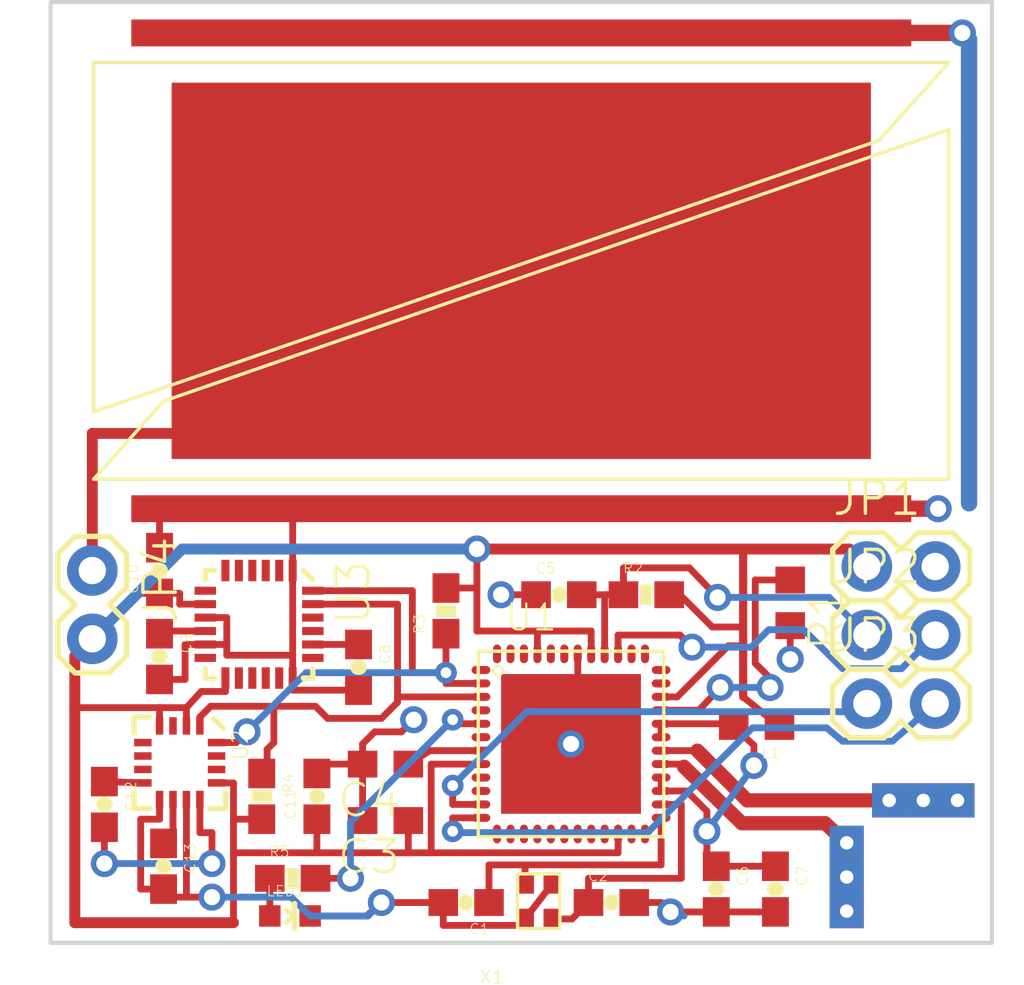
<source format=kicad_pcb>
(kicad_pcb (version 20171130) (host pcbnew "(5.0.0-3-g5ebb6b6)")

  (general
    (thickness 1.6)
    (drawings 4)
    (tracks 274)
    (zones 0)
    (modules 31)
    (nets 56)
  )

  (page A4)
  (layers
    (0 Top signal)
    (1 Route2 signal)
    (2 Route3 signal)
    (3 Route4 signal)
    (4 Route5 signal)
    (5 Route6 signal)
    (6 Route7 signal)
    (7 Route8 signal)
    (8 Route9 signal)
    (9 Route10 signal)
    (10 Route11 signal)
    (11 Route12 signal)
    (12 Route13 signal)
    (13 Route14 signal)
    (14 Route15 signal)
    (31 Bottom signal)
    (32 B.Adhes user)
    (33 F.Adhes user)
    (34 B.Paste user)
    (35 F.Paste user)
    (36 B.SilkS user)
    (37 F.SilkS user)
    (38 B.Mask user)
    (39 F.Mask user)
    (40 Dwgs.User user)
    (41 Cmts.User user)
    (42 Eco1.User user)
    (43 Eco2.User user)
    (44 Edge.Cuts user)
    (45 Margin user)
    (46 B.CrtYd user)
    (47 F.CrtYd user)
    (48 B.Fab user)
    (49 F.Fab user)
  )

  (setup
    (last_trace_width 0.25)
    (trace_clearance 0.1651)
    (zone_clearance 0.508)
    (zone_45_only no)
    (trace_min 0.2)
    (segment_width 0.2)
    (edge_width 0.15)
    (via_size 0.8)
    (via_drill 0.4)
    (via_min_size 0.254)
    (via_min_drill 0.3)
    (uvia_size 0.3)
    (uvia_drill 0.1)
    (uvias_allowed no)
    (uvia_min_size 0.2)
    (uvia_min_drill 0.1)
    (pcb_text_width 0.3)
    (pcb_text_size 1.5 1.5)
    (mod_edge_width 0.15)
    (mod_text_size 1 1)
    (mod_text_width 0.15)
    (pad_size 1.524 1.524)
    (pad_drill 0.762)
    (pad_to_mask_clearance 0.2)
    (aux_axis_origin 0 0)
    (visible_elements FFFFFF7F)
    (pcbplotparams
      (layerselection 0x010fc_ffffffff)
      (usegerberextensions false)
      (usegerberattributes false)
      (usegerberadvancedattributes false)
      (creategerberjobfile false)
      (excludeedgelayer true)
      (linewidth 0.100000)
      (plotframeref false)
      (viasonmask false)
      (mode 1)
      (useauxorigin false)
      (hpglpennumber 1)
      (hpglpenspeed 20)
      (hpglpendiameter 15.000000)
      (psnegative false)
      (psa4output false)
      (plotreference true)
      (plotvalue true)
      (plotinvisibletext false)
      (padsonsilk false)
      (subtractmaskfromsilk false)
      (outputformat 1)
      (mirror false)
      (drillshape 1)
      (scaleselection 1)
      (outputdirectory ""))
  )

  (net 0 "")
  (net 1 VCC)
  (net 2 GND)
  (net 3 "Net-(U1-Pad48)")
  (net 4 "Net-(U1-Pad47)")
  (net 5 "Net-(U1-Pad46)")
  (net 6 "Net-(U1-Pad44)")
  (net 7 "Net-(U1-Pad43)")
  (net 8 "Net-(C5-Pad2)")
  (net 9 "Net-(JP2-Pad2)")
  (net 10 "Net-(U1-Pad38)")
  (net 11 "Net-(U1-Pad37)")
  (net 12 "Net-(U1-Pad36)")
  (net 13 "Net-(U1-Pad35)")
  (net 14 "Net-(R1-Pad1)")
  (net 15 "Net-(U1-Pad1)")
  (net 16 /SDA)
  (net 17 /SCL)
  (net 18 "Net-(U1-Pad4)")
  (net 19 "Net-(R5-Pad2)")
  (net 20 "Net-(U1-Pad6)")
  (net 21 "Net-(C4-Pad1)")
  (net 22 "Net-(U1-Pad9)")
  (net 23 "Net-(U1-Pad10)")
  (net 24 "Net-(JP3-Pad1)")
  (net 25 "Net-(JP3-Pad2)")
  (net 26 "Net-(U1-Pad13)")
  (net 27 "Net-(U1-Pad14)")
  (net 28 "Net-(U1-Pad15)")
  (net 29 "Net-(U1-Pad16)")
  (net 30 "Net-(U1-Pad17)")
  (net 31 "Net-(U1-Pad18)")
  (net 32 "Net-(U1-Pad19)")
  (net 33 "Net-(U1-Pad20)")
  (net 34 "Net-(U1-Pad21)")
  (net 35 "Net-(U1-Pad23)")
  (net 36 "Net-(U1-Pad24)")
  (net 37 "Net-(C1-Pad1)")
  (net 38 "Net-(C2-Pad1)")
  (net 39 "Net-(C6-Pad1)")
  (net 40 "Net-(U2-Pad7)")
  (net 41 "Net-(C12-Pad1)")
  (net 42 "Net-(U2-Pad6)")
  (net 43 "Net-(C13-Pad1)")
  (net 44 "Net-(C12-Pad2)")
  (net 45 "Net-(U2-Pad14)")
  (net 46 "Net-(U2-Pad15)")
  (net 47 "Net-(U2-Pad5)")
  (net 48 "Net-(U2-Pad3)")
  (net 49 "Net-(C8-Pad1)")
  (net 50 "Net-(U3-Pad12)")
  (net 51 "Net-(C9-Pad1)")
  (net 52 "Net-(JP4-Pad1)")
  (net 53 "Net-(LED1-PadA)")
  (net 54 "Net-(ANT-P1-PadIN1)")
  (net 55 "Net-(ANT-N1-PadIN1)")

  (net_class Default "This is the default net class."
    (clearance 0.1651)
    (trace_width 0.25)
    (via_dia 0.8)
    (via_drill 0.4)
    (uvia_dia 0.3)
    (uvia_drill 0.1)
    (add_net /SCL)
    (add_net /SDA)
    (add_net GND)
    (add_net "Net-(ANT-N1-PadIN1)")
    (add_net "Net-(ANT-P1-PadIN1)")
    (add_net "Net-(C1-Pad1)")
    (add_net "Net-(C12-Pad1)")
    (add_net "Net-(C12-Pad2)")
    (add_net "Net-(C13-Pad1)")
    (add_net "Net-(C2-Pad1)")
    (add_net "Net-(C4-Pad1)")
    (add_net "Net-(C5-Pad2)")
    (add_net "Net-(C6-Pad1)")
    (add_net "Net-(C8-Pad1)")
    (add_net "Net-(C9-Pad1)")
    (add_net "Net-(JP2-Pad2)")
    (add_net "Net-(JP3-Pad1)")
    (add_net "Net-(JP3-Pad2)")
    (add_net "Net-(JP4-Pad1)")
    (add_net "Net-(LED1-PadA)")
    (add_net "Net-(R1-Pad1)")
    (add_net "Net-(R5-Pad2)")
    (add_net "Net-(U1-Pad1)")
    (add_net "Net-(U1-Pad10)")
    (add_net "Net-(U1-Pad13)")
    (add_net "Net-(U1-Pad14)")
    (add_net "Net-(U1-Pad15)")
    (add_net "Net-(U1-Pad16)")
    (add_net "Net-(U1-Pad17)")
    (add_net "Net-(U1-Pad18)")
    (add_net "Net-(U1-Pad19)")
    (add_net "Net-(U1-Pad20)")
    (add_net "Net-(U1-Pad21)")
    (add_net "Net-(U1-Pad23)")
    (add_net "Net-(U1-Pad24)")
    (add_net "Net-(U1-Pad35)")
    (add_net "Net-(U1-Pad36)")
    (add_net "Net-(U1-Pad37)")
    (add_net "Net-(U1-Pad38)")
    (add_net "Net-(U1-Pad4)")
    (add_net "Net-(U1-Pad43)")
    (add_net "Net-(U1-Pad44)")
    (add_net "Net-(U1-Pad46)")
    (add_net "Net-(U1-Pad47)")
    (add_net "Net-(U1-Pad48)")
    (add_net "Net-(U1-Pad6)")
    (add_net "Net-(U1-Pad9)")
    (add_net "Net-(U2-Pad14)")
    (add_net "Net-(U2-Pad15)")
    (add_net "Net-(U2-Pad3)")
    (add_net "Net-(U2-Pad5)")
    (add_net "Net-(U2-Pad6)")
    (add_net "Net-(U2-Pad7)")
    (add_net "Net-(U3-Pad12)")
    (add_net VCC)
  )

  (module DevBoard:RGZ48 (layer Top) (tedit 0) (tstamp 5B9C83F3)
    (at 150.3511 115.1036)
    (descr "*** TI: RGZ *** JEDEC: S-PQFP-N48 *** 48 PINS *** \n---> PIN TP (exposed thermal die pad) should be connected with GND")
    (path /58A2EF426459CCD)
    (fp_text reference U1 (at -2.5 -4.14) (layer F.SilkS)
      (effects (font (size 0.9652 0.9652) (thickness 0.08128)) (justify left bottom))
    )
    (fp_text value CC430F5137 (at -2.61 5.11) (layer F.Fab)
      (effects (font (size 0.9652 0.9652) (thickness 0.08128)) (justify left bottom))
    )
    (fp_circle (center -2.72 -2.72) (end -2.5345 -2.72) (layer F.SilkS) (width 0.075))
    (fp_line (start 3.45 3.45) (end 3.45 -3.45) (layer F.SilkS) (width 0.127))
    (fp_line (start -3.45 3.45) (end 3.45 3.45) (layer F.SilkS) (width 0.127))
    (fp_line (start -3.45 -3.45) (end -3.45 3.45) (layer F.SilkS) (width 0.127))
    (fp_line (start -3.45 -3.45) (end 3.45 -3.45) (layer F.SilkS) (width 0.127))
    (pad 48 smd roundrect (at -2.75 -3.35) (size 0.3 0.7) (layers Top F.Paste F.Mask) (roundrect_rratio 0.5)
      (net 3 "Net-(U1-Pad48)") (solder_mask_margin 0.0762))
    (pad 47 smd roundrect (at -2.25 -3.35) (size 0.3 0.7) (layers Top F.Paste F.Mask) (roundrect_rratio 0.5)
      (net 4 "Net-(U1-Pad47)") (solder_mask_margin 0.0762))
    (pad 46 smd roundrect (at -1.75 -3.35) (size 0.3 0.7) (layers Top F.Paste F.Mask) (roundrect_rratio 0.5)
      (net 5 "Net-(U1-Pad46)") (solder_mask_margin 0.0762))
    (pad 45 smd roundrect (at -1.25 -3.35) (size 0.3 0.7) (layers Top F.Paste F.Mask) (roundrect_rratio 0.5)
      (net 1 VCC) (solder_mask_margin 0.0762))
    (pad 44 smd roundrect (at -0.75 -3.35 180) (size 0.3 0.7) (layers Top F.Paste F.Mask) (roundrect_rratio 0.5)
      (net 6 "Net-(U1-Pad44)") (solder_mask_margin 0.0762))
    (pad 43 smd roundrect (at -0.25 -3.35 180) (size 0.3 0.7) (layers Top F.Paste F.Mask) (roundrect_rratio 0.5)
      (net 7 "Net-(U1-Pad43)") (solder_mask_margin 0.0762))
    (pad 42 smd roundrect (at 0.25 -3.35 180) (size 0.3 0.7) (layers Top F.Paste F.Mask) (roundrect_rratio 0.5)
      (net 2 GND) (solder_mask_margin 0.0762))
    (pad 41 smd roundrect (at 0.75 -3.35 180) (size 0.3 0.7) (layers Top F.Paste F.Mask) (roundrect_rratio 0.5)
      (net 1 VCC) (solder_mask_margin 0.0762))
    (pad 40 smd roundrect (at 1.25 -3.35) (size 0.3 0.7) (layers Top F.Paste F.Mask) (roundrect_rratio 0.5)
      (net 8 "Net-(C5-Pad2)") (solder_mask_margin 0.0762))
    (pad 39 smd roundrect (at 1.75 -3.35) (size 0.3 0.7) (layers Top F.Paste F.Mask) (roundrect_rratio 0.5)
      (net 9 "Net-(JP2-Pad2)") (solder_mask_margin 0.0762))
    (pad 38 smd roundrect (at 2.25 -3.35) (size 0.3 0.7) (layers Top F.Paste F.Mask) (roundrect_rratio 0.5)
      (net 10 "Net-(U1-Pad38)") (solder_mask_margin 0.0762))
    (pad 37 smd roundrect (at 2.75 -3.35) (size 0.3 0.7) (layers Top F.Paste F.Mask) (roundrect_rratio 0.5)
      (net 11 "Net-(U1-Pad37)") (solder_mask_margin 0.0762))
    (pad 36 smd roundrect (at 3.35 -2.75 270) (size 0.3 0.7) (layers Top F.Paste F.Mask) (roundrect_rratio 0.5)
      (net 12 "Net-(U1-Pad36)") (solder_mask_margin 0.0762))
    (pad 35 smd roundrect (at 3.35 -2.25 270) (size 0.3 0.7) (layers Top F.Paste F.Mask) (roundrect_rratio 0.5)
      (net 13 "Net-(U1-Pad35)") (solder_mask_margin 0.0762))
    (pad 34 smd roundrect (at 3.35 -1.75 270) (size 0.3 0.7) (layers Top F.Paste F.Mask) (roundrect_rratio 0.5)
      (net 1 VCC) (solder_mask_margin 0.0762))
    (pad 33 smd roundrect (at 3.35 -1.25 270) (size 0.3 0.7) (layers Top F.Paste F.Mask) (roundrect_rratio 0.5)
      (net 14 "Net-(R1-Pad1)") (solder_mask_margin 0.0762))
    (pad 1 smd roundrect (at -3.35 -2.75 90) (size 0.3 0.7) (layers Top F.Paste F.Mask) (roundrect_rratio 0.5)
      (net 15 "Net-(U1-Pad1)") (solder_mask_margin 0.0762))
    (pad 2 smd roundrect (at -3.35 -2.25 90) (size 0.3 0.7) (layers Top F.Paste F.Mask) (roundrect_rratio 0.5)
      (net 16 /SDA) (solder_mask_margin 0.0762))
    (pad 3 smd roundrect (at -3.35 -1.75 90) (size 0.3 0.7) (layers Top F.Paste F.Mask) (roundrect_rratio 0.5)
      (net 17 /SCL) (solder_mask_margin 0.0762))
    (pad 4 smd roundrect (at -3.35 -1.25 90) (size 0.3 0.7) (layers Top F.Paste F.Mask) (roundrect_rratio 0.5)
      (net 18 "Net-(U1-Pad4)") (solder_mask_margin 0.0762))
    (pad 5 smd roundrect (at -3.35 -0.75 90) (size 0.3 0.7) (layers Top F.Paste F.Mask) (roundrect_rratio 0.5)
      (net 19 "Net-(R5-Pad2)") (solder_mask_margin 0.0762))
    (pad 6 smd roundrect (at -3.35 -0.25 90) (size 0.3 0.7) (layers Top F.Paste F.Mask) (roundrect_rratio 0.5)
      (net 20 "Net-(U1-Pad6)") (solder_mask_margin 0.0762))
    (pad 7 smd roundrect (at -3.35 0.25 90) (size 0.3 0.7) (layers Top F.Paste F.Mask) (roundrect_rratio 0.5)
      (net 21 "Net-(C4-Pad1)") (solder_mask_margin 0.0762))
    (pad 8 smd roundrect (at -3.35 0.75 90) (size 0.3 0.7) (layers Top F.Paste F.Mask) (roundrect_rratio 0.5)
      (net 1 VCC) (solder_mask_margin 0.0762))
    (pad 9 smd roundrect (at -3.35 1.25 90) (size 0.3 0.7) (layers Top F.Paste F.Mask) (roundrect_rratio 0.5)
      (net 22 "Net-(U1-Pad9)") (solder_mask_margin 0.0762))
    (pad 10 smd roundrect (at -3.35 1.75 90) (size 0.3 0.7) (layers Top F.Paste F.Mask) (roundrect_rratio 0.5)
      (net 23 "Net-(U1-Pad10)") (solder_mask_margin 0.0762))
    (pad 11 smd roundrect (at -3.35 2.25 90) (size 0.3 0.7) (layers Top F.Paste F.Mask) (roundrect_rratio 0.5)
      (net 24 "Net-(JP3-Pad1)") (solder_mask_margin 0.0762))
    (pad 12 smd roundrect (at -3.35 2.75 90) (size 0.3 0.7) (layers Top F.Paste F.Mask) (roundrect_rratio 0.5)
      (net 25 "Net-(JP3-Pad2)") (solder_mask_margin 0.0762))
    (pad 13 smd roundrect (at -2.75 3.35 180) (size 0.3 0.7) (layers Top F.Paste F.Mask) (roundrect_rratio 0.5)
      (net 26 "Net-(U1-Pad13)") (solder_mask_margin 0.0762))
    (pad 14 smd roundrect (at -2.25 3.35 180) (size 0.3 0.7) (layers Top F.Paste F.Mask) (roundrect_rratio 0.5)
      (net 27 "Net-(U1-Pad14)") (solder_mask_margin 0.0762))
    (pad 15 smd roundrect (at -1.75 3.35 180) (size 0.3 0.7) (layers Top F.Paste F.Mask) (roundrect_rratio 0.5)
      (net 28 "Net-(U1-Pad15)") (solder_mask_margin 0.0762))
    (pad 16 smd roundrect (at -1.25 3.35 180) (size 0.3 0.7) (layers Top F.Paste F.Mask) (roundrect_rratio 0.5)
      (net 29 "Net-(U1-Pad16)") (solder_mask_margin 0.0762))
    (pad 17 smd roundrect (at -0.75 3.35 180) (size 0.3 0.7) (layers Top F.Paste F.Mask) (roundrect_rratio 0.5)
      (net 30 "Net-(U1-Pad17)") (solder_mask_margin 0.0762))
    (pad 18 smd roundrect (at -0.25 3.35 180) (size 0.3 0.7) (layers Top F.Paste F.Mask) (roundrect_rratio 0.5)
      (net 31 "Net-(U1-Pad18)") (solder_mask_margin 0.0762))
    (pad 19 smd roundrect (at 0.25 3.35 180) (size 0.3 0.7) (layers Top F.Paste F.Mask) (roundrect_rratio 0.5)
      (net 32 "Net-(U1-Pad19)") (solder_mask_margin 0.0762))
    (pad 20 smd roundrect (at 0.75 3.35 180) (size 0.3 0.7) (layers Top F.Paste F.Mask) (roundrect_rratio 0.5)
      (net 33 "Net-(U1-Pad20)") (solder_mask_margin 0.0762))
    (pad 21 smd roundrect (at 1.25 3.35 180) (size 0.3 0.7) (layers Top F.Paste F.Mask) (roundrect_rratio 0.5)
      (net 34 "Net-(U1-Pad21)") (solder_mask_margin 0.0762))
    (pad 22 smd roundrect (at 1.75 3.35 180) (size 0.3 0.7) (layers Top F.Paste F.Mask) (roundrect_rratio 0.5)
      (net 1 VCC) (solder_mask_margin 0.0762))
    (pad 23 smd roundrect (at 2.25 3.35 180) (size 0.3 0.7) (layers Top F.Paste F.Mask) (roundrect_rratio 0.5)
      (net 35 "Net-(U1-Pad23)") (solder_mask_margin 0.0762))
    (pad 24 smd roundrect (at 2.75 3.35 180) (size 0.3 0.7) (layers Top F.Paste F.Mask) (roundrect_rratio 0.5)
      (net 36 "Net-(U1-Pad24)") (solder_mask_margin 0.0762))
    (pad 25 smd roundrect (at 3.35 2.75 270) (size 0.3 0.7) (layers Top F.Paste F.Mask) (roundrect_rratio 0.5)
      (net 37 "Net-(C1-Pad1)") (solder_mask_margin 0.0762))
    (pad 26 smd roundrect (at 3.35 2.25 270) (size 0.3 0.7) (layers Top F.Paste F.Mask) (roundrect_rratio 0.5)
      (net 38 "Net-(C2-Pad1)") (solder_mask_margin 0.0762))
    (pad 27 smd roundrect (at 3.35 1.75 270) (size 0.3 0.7) (layers Top F.Paste F.Mask) (roundrect_rratio 0.5)
      (net 39 "Net-(C6-Pad1)") (solder_mask_margin 0.0762))
    (pad 28 smd roundrect (at 3.35 1.25 270) (size 0.3 0.7) (layers Top F.Paste F.Mask) (roundrect_rratio 0.5)
      (net 39 "Net-(C6-Pad1)") (solder_mask_margin 0.0762))
    (pad 29 smd roundrect (at 3.35 0.75 270) (size 0.3 0.7) (layers Top F.Paste F.Mask) (roundrect_rratio 0.5)
      (net 54 "Net-(ANT-P1-PadIN1)") (solder_mask_margin 0.0762))
    (pad 30 smd roundrect (at 3.35 0.25 270) (size 0.3 0.7) (layers Top F.Paste F.Mask) (roundrect_rratio 0.5)
      (net 55 "Net-(ANT-N1-PadIN1)") (solder_mask_margin 0.0762))
    (pad 31 smd roundrect (at 3.35 -0.25 270) (size 0.3 0.7) (layers Top F.Paste F.Mask) (roundrect_rratio 0.5)
      (net 39 "Net-(C6-Pad1)") (solder_mask_margin 0.0762))
    (pad 32 smd roundrect (at 3.35 -0.75 270) (size 0.3 0.7) (layers Top F.Paste F.Mask) (roundrect_rratio 0.5)
      (net 39 "Net-(C6-Pad1)") (solder_mask_margin 0.0762))
    (pad TP smd rect (at 0 0) (size 5.2 5.2) (layers Top F.Paste F.Mask)
      (net 2 GND) (solder_mask_margin 0.0762))
  )

  (module DevBoard:0603-CAP (layer Top) (tedit 0) (tstamp 5B9C842C)
    (at 146.4511 121.0036 180)
    (path /3AB430B936AE2ECE)
    (fp_text reference C1 (at -0.889 -0.762 180) (layer F.SilkS)
      (effects (font (size 0.38608 0.38608) (thickness 0.032512)) (justify right top))
    )
    (fp_text value 27pF (at -1.016 1.143 180) (layer F.Fab)
      (effects (font (size 0.38608 0.38608) (thickness 0.032512)) (justify right top))
    )
    (fp_poly (pts (xy -0.1999 0.3) (xy 0.1999 0.3) (xy 0.1999 -0.3) (xy -0.1999 -0.3)) (layer F.Adhes) (width 0))
    (fp_poly (pts (xy 0.3302 0.4699) (xy 0.8303 0.4699) (xy 0.8303 -0.4801) (xy 0.3302 -0.4801)) (layer F.Fab) (width 0))
    (fp_poly (pts (xy -0.8382 0.4699) (xy -0.3381 0.4699) (xy -0.3381 -0.4801) (xy -0.8382 -0.4801)) (layer F.Fab) (width 0))
    (fp_line (start 0 -0.0305) (end 0 0.0305) (layer F.SilkS) (width 0.5588))
    (fp_line (start -0.356 0.419) (end 0.356 0.419) (layer F.Fab) (width 0.1016))
    (fp_line (start -0.356 -0.432) (end 0.356 -0.432) (layer F.Fab) (width 0.1016))
    (fp_line (start -1.473 0.983) (end -1.473 -0.983) (layer Dwgs.User) (width 0.0508))
    (fp_line (start 1.473 0.983) (end -1.473 0.983) (layer Dwgs.User) (width 0.0508))
    (fp_line (start 1.473 -0.983) (end 1.473 0.983) (layer Dwgs.User) (width 0.0508))
    (fp_line (start -1.473 -0.983) (end 1.473 -0.983) (layer Dwgs.User) (width 0.0508))
    (pad 2 smd rect (at 0.85 0 180) (size 1.1 1) (layers Top F.Paste F.Mask)
      (net 2 GND) (solder_mask_margin 0.0762))
    (pad 1 smd rect (at -0.85 0 180) (size 1.1 1) (layers Top F.Paste F.Mask)
      (net 37 "Net-(C1-Pad1)") (solder_mask_margin 0.0762))
  )

  (module DevBoard:0603-CAP (layer Top) (tedit 0) (tstamp 5B9C843B)
    (at 151.8511 121.0036)
    (path /80A7F5FE778BCC0B)
    (fp_text reference C2 (at -0.889 -0.762) (layer F.SilkS)
      (effects (font (size 0.38608 0.38608) (thickness 0.032512)) (justify left bottom))
    )
    (fp_text value 27pF (at -1.016 1.143) (layer F.Fab)
      (effects (font (size 0.38608 0.38608) (thickness 0.032512)) (justify left bottom))
    )
    (fp_poly (pts (xy -0.1999 0.3) (xy 0.1999 0.3) (xy 0.1999 -0.3) (xy -0.1999 -0.3)) (layer F.Adhes) (width 0))
    (fp_poly (pts (xy 0.3302 0.4699) (xy 0.8303 0.4699) (xy 0.8303 -0.4801) (xy 0.3302 -0.4801)) (layer F.Fab) (width 0))
    (fp_poly (pts (xy -0.8382 0.4699) (xy -0.3381 0.4699) (xy -0.3381 -0.4801) (xy -0.8382 -0.4801)) (layer F.Fab) (width 0))
    (fp_line (start 0 -0.0305) (end 0 0.0305) (layer F.SilkS) (width 0.5588))
    (fp_line (start -0.356 0.419) (end 0.356 0.419) (layer F.Fab) (width 0.1016))
    (fp_line (start -0.356 -0.432) (end 0.356 -0.432) (layer F.Fab) (width 0.1016))
    (fp_line (start -1.473 0.983) (end -1.473 -0.983) (layer Dwgs.User) (width 0.0508))
    (fp_line (start 1.473 0.983) (end -1.473 0.983) (layer Dwgs.User) (width 0.0508))
    (fp_line (start 1.473 -0.983) (end 1.473 0.983) (layer Dwgs.User) (width 0.0508))
    (fp_line (start -1.473 -0.983) (end 1.473 -0.983) (layer Dwgs.User) (width 0.0508))
    (pad 2 smd rect (at 0.85 0) (size 1.1 1) (layers Top F.Paste F.Mask)
      (net 2 GND) (solder_mask_margin 0.0762))
    (pad 1 smd rect (at -0.85 0) (size 1.1 1) (layers Top F.Paste F.Mask)
      (net 38 "Net-(C2-Pad1)") (solder_mask_margin 0.0762))
  )

  (module DevBoard:R0603 (layer Top) (tedit 0) (tstamp 5B9C844A)
    (at 158.5011 109.8536 270)
    (descr <b>RESISTOR</b>)
    (path /177C94035D1A59A8)
    (fp_text reference R1 (at -0.635 -0.635 270) (layer F.SilkS)
      (effects (font (size 1.2065 1.2065) (thickness 0.1016)) (justify right top))
    )
    (fp_text value 56K (at -0.635 1.905 270) (layer F.Fab)
      (effects (font (size 1.2065 1.2065) (thickness 0.1016)) (justify right top))
    )
    (fp_poly (pts (xy -0.1999 0.4001) (xy 0.1999 0.4001) (xy 0.1999 -0.4001) (xy -0.1999 -0.4001)) (layer F.Adhes) (width 0))
    (fp_poly (pts (xy -0.8382 0.4318) (xy -0.4318 0.4318) (xy -0.4318 -0.4318) (xy -0.8382 -0.4318)) (layer F.Fab) (width 0))
    (fp_poly (pts (xy 0.4318 0.4318) (xy 0.8382 0.4318) (xy 0.8382 -0.4318) (xy 0.4318 -0.4318)) (layer F.Fab) (width 0))
    (fp_line (start -1.473 0.983) (end -1.473 -0.983) (layer Dwgs.User) (width 0.0508))
    (fp_line (start 1.473 0.983) (end -1.473 0.983) (layer Dwgs.User) (width 0.0508))
    (fp_line (start 1.473 -0.983) (end 1.473 0.983) (layer Dwgs.User) (width 0.0508))
    (fp_line (start -1.473 -0.983) (end 1.473 -0.983) (layer Dwgs.User) (width 0.0508))
    (fp_line (start 0.432 -0.356) (end -0.432 -0.356) (layer F.Fab) (width 0.1524))
    (fp_line (start -0.432 0.356) (end 0.432 0.356) (layer F.Fab) (width 0.1524))
    (pad 2 smd rect (at 0.85 0 270) (size 1 1.1) (layers Top F.Paste F.Mask)
      (net 2 GND) (solder_mask_margin 0.0762))
    (pad 1 smd rect (at -0.85 0 270) (size 1 1.1) (layers Top F.Paste F.Mask)
      (net 14 "Net-(R1-Pad1)") (solder_mask_margin 0.0762))
  )

  (module DevBoard:C0603 (layer Top) (tedit 0) (tstamp 5B9C8458)
    (at 143.4511 117.9536 180)
    (descr <b>CAPACITOR</b>)
    (path /C4B3FBE04520F3AE)
    (fp_text reference C3 (at -0.635 -0.635 180) (layer F.SilkS)
      (effects (font (size 1.2065 1.2065) (thickness 0.1016)) (justify right top))
    )
    (fp_text value 470nF (at -0.635 1.905 180) (layer F.Fab)
      (effects (font (size 1.2065 1.2065) (thickness 0.1016)) (justify right top))
    )
    (fp_poly (pts (xy -0.1999 0.3) (xy 0.1999 0.3) (xy 0.1999 -0.3) (xy -0.1999 -0.3)) (layer F.Adhes) (width 0))
    (fp_poly (pts (xy 0.3302 0.4699) (xy 0.8303 0.4699) (xy 0.8303 -0.4801) (xy 0.3302 -0.4801)) (layer F.Fab) (width 0))
    (fp_poly (pts (xy -0.8382 0.4699) (xy -0.3381 0.4699) (xy -0.3381 -0.4801) (xy -0.8382 -0.4801)) (layer F.Fab) (width 0))
    (fp_line (start -0.356 0.419) (end 0.356 0.419) (layer F.Fab) (width 0.1016))
    (fp_line (start -0.356 -0.432) (end 0.356 -0.432) (layer F.Fab) (width 0.1016))
    (fp_line (start -1.473 0.983) (end -1.473 -0.983) (layer Dwgs.User) (width 0.0508))
    (fp_line (start 1.473 0.983) (end -1.473 0.983) (layer Dwgs.User) (width 0.0508))
    (fp_line (start 1.473 -0.983) (end 1.473 0.983) (layer Dwgs.User) (width 0.0508))
    (fp_line (start -1.473 -0.983) (end 1.473 -0.983) (layer Dwgs.User) (width 0.0508))
    (pad 2 smd rect (at 0.85 0 180) (size 1.1 1) (layers Top F.Paste F.Mask)
      (net 2 GND) (solder_mask_margin 0.0762))
    (pad 1 smd rect (at -0.85 0 180) (size 1.1 1) (layers Top F.Paste F.Mask)
      (net 1 VCC) (solder_mask_margin 0.0762))
  )

  (module DevBoard:C0603 (layer Top) (tedit 0) (tstamp 5B9C8466)
    (at 143.4511 115.8536 180)
    (descr <b>CAPACITOR</b>)
    (path /5B19B90BE9A6F858)
    (fp_text reference C4 (at -0.635 -0.635 180) (layer F.SilkS)
      (effects (font (size 1.2065 1.2065) (thickness 0.1016)) (justify right top))
    )
    (fp_text value 470nF (at -0.635 1.905 180) (layer F.Fab)
      (effects (font (size 1.2065 1.2065) (thickness 0.1016)) (justify right top))
    )
    (fp_poly (pts (xy -0.1999 0.3) (xy 0.1999 0.3) (xy 0.1999 -0.3) (xy -0.1999 -0.3)) (layer F.Adhes) (width 0))
    (fp_poly (pts (xy 0.3302 0.4699) (xy 0.8303 0.4699) (xy 0.8303 -0.4801) (xy 0.3302 -0.4801)) (layer F.Fab) (width 0))
    (fp_poly (pts (xy -0.8382 0.4699) (xy -0.3381 0.4699) (xy -0.3381 -0.4801) (xy -0.8382 -0.4801)) (layer F.Fab) (width 0))
    (fp_line (start -0.356 0.419) (end 0.356 0.419) (layer F.Fab) (width 0.1016))
    (fp_line (start -0.356 -0.432) (end 0.356 -0.432) (layer F.Fab) (width 0.1016))
    (fp_line (start -1.473 0.983) (end -1.473 -0.983) (layer Dwgs.User) (width 0.0508))
    (fp_line (start 1.473 0.983) (end -1.473 0.983) (layer Dwgs.User) (width 0.0508))
    (fp_line (start 1.473 -0.983) (end 1.473 0.983) (layer Dwgs.User) (width 0.0508))
    (fp_line (start -1.473 -0.983) (end 1.473 -0.983) (layer Dwgs.User) (width 0.0508))
    (pad 2 smd rect (at 0.85 0 180) (size 1.1 1) (layers Top F.Paste F.Mask)
      (net 2 GND) (solder_mask_margin 0.0762))
    (pad 1 smd rect (at -0.85 0 180) (size 1.1 1) (layers Top F.Paste F.Mask)
      (net 21 "Net-(C4-Pad1)") (solder_mask_margin 0.0762))
  )

  (module DevBoard:16LPCC (layer Top) (tedit 0) (tstamp 5B9C8474)
    (at 135.8011 115.8036 270)
    (path /ADBE4DAC455EE6D3)
    (fp_text reference U2 (at -1.27 -1.905 270) (layer F.SilkS)
      (effects (font (size 0.57912 0.57912) (thickness 0.048768)) (justify right top))
    )
    (fp_text value HMC5883LSMD (at -1.905 2.54 270) (layer F.Fab)
      (effects (font (size 0.57912 0.57912) (thickness 0.048768)) (justify right top))
    )
    (fp_line (start -1.28 -1.635) (end -1.635 -1.26) (layer F.SilkS) (width 0.2032))
    (fp_line (start 1.7 -1.7) (end 1.1 -1.7) (layer F.SilkS) (width 0.2032))
    (fp_line (start 1.7 -1.1) (end 1.7 -1.7) (layer F.SilkS) (width 0.2032))
    (fp_line (start 1.7 1.7) (end 1.7 1.1) (layer F.SilkS) (width 0.2032))
    (fp_line (start 1.1 1.7) (end 1.7 1.7) (layer F.SilkS) (width 0.2032))
    (fp_line (start -1.7 1.7) (end -1.1 1.7) (layer F.SilkS) (width 0.2032))
    (fp_line (start -1.7 1.7) (end -1.7 1.1) (layer F.SilkS) (width 0.2032))
    (pad 7 smd rect (at 0.25 1.37) (size 0.65 0.28) (layers Top F.Paste F.Mask)
      (net 40 "Net-(U2-Pad7)") (solder_mask_margin 0.0762))
    (pad 16 smd rect (at -0.75 -1.37) (size 0.65 0.28) (layers Top F.Paste F.Mask)
      (net 16 /SDA) (solder_mask_margin 0.0762))
    (pad 8 smd rect (at 0.75 1.37) (size 0.65 0.28) (layers Top F.Paste F.Mask)
      (net 41 "Net-(C12-Pad1)") (solder_mask_margin 0.0762))
    (pad 6 smd rect (at -0.25 1.37) (size 0.65 0.28) (layers Top F.Paste F.Mask)
      (net 42 "Net-(U2-Pad6)") (solder_mask_margin 0.0762))
    (pad 9 smd rect (at 1.37 0.75 270) (size 0.65 0.28) (layers Top F.Paste F.Mask)
      (net 2 GND) (solder_mask_margin 0.0762))
    (pad 10 smd rect (at 1.37 0.25 270) (size 0.65 0.28) (layers Top F.Paste F.Mask)
      (net 43 "Net-(C13-Pad1)") (solder_mask_margin 0.0762))
    (pad 11 smd rect (at 1.37 -0.25 270) (size 0.65 0.28) (layers Top F.Paste F.Mask)
      (net 2 GND) (solder_mask_margin 0.0762))
    (pad 12 smd rect (at 1.37 -0.75 270) (size 0.65 0.28) (layers Top F.Paste F.Mask)
      (net 44 "Net-(C12-Pad2)") (solder_mask_margin 0.0762))
    (pad 13 smd rect (at 0.75 -1.37) (size 0.65 0.28) (layers Top F.Paste F.Mask)
      (net 1 VCC) (solder_mask_margin 0.0762))
    (pad 14 smd rect (at 0.25 -1.37) (size 0.65 0.28) (layers Top F.Paste F.Mask)
      (net 45 "Net-(U2-Pad14)") (solder_mask_margin 0.0762))
    (pad 15 smd rect (at -0.25 -1.37) (size 0.65 0.28) (layers Top F.Paste F.Mask)
      (net 46 "Net-(U2-Pad15)") (solder_mask_margin 0.0762))
    (pad 5 smd rect (at -0.75 1.37 180) (size 0.65 0.28) (layers Top F.Paste F.Mask)
      (net 47 "Net-(U2-Pad5)") (solder_mask_margin 0.0762))
    (pad 1 smd rect (at -1.37 -0.75 270) (size 0.65 0.28) (layers Top F.Paste F.Mask)
      (net 17 /SCL) (solder_mask_margin 0.0762))
    (pad 2 smd rect (at -1.37 -0.25 270) (size 0.65 0.28) (layers Top F.Paste F.Mask)
      (net 1 VCC) (solder_mask_margin 0.0762))
    (pad 3 smd rect (at -1.37 0.25 270) (size 0.65 0.28) (layers Top F.Paste F.Mask)
      (net 48 "Net-(U2-Pad3)") (solder_mask_margin 0.0762))
    (pad 4 smd rect (at -1.37 0.75 270) (size 0.65 0.28) (layers Top F.Paste F.Mask)
      (net 1 VCC) (solder_mask_margin 0.0762))
  )

  (module DevBoard:0603-CAP (layer Top) (tedit 0) (tstamp 5B9C848E)
    (at 140.9011 117.0536 90)
    (path /70554EC9AD7DBD2A)
    (fp_text reference C11 (at -0.889 -0.762 90) (layer F.SilkS)
      (effects (font (size 0.38608 0.38608) (thickness 0.032512)) (justify left bottom))
    )
    (fp_text value 100nF (at -1.016 1.143 90) (layer F.Fab)
      (effects (font (size 0.38608 0.38608) (thickness 0.032512)) (justify left bottom))
    )
    (fp_poly (pts (xy -0.1999 0.3) (xy 0.1999 0.3) (xy 0.1999 -0.3) (xy -0.1999 -0.3)) (layer F.Adhes) (width 0))
    (fp_poly (pts (xy 0.3302 0.4699) (xy 0.8303 0.4699) (xy 0.8303 -0.4801) (xy 0.3302 -0.4801)) (layer F.Fab) (width 0))
    (fp_poly (pts (xy -0.8382 0.4699) (xy -0.3381 0.4699) (xy -0.3381 -0.4801) (xy -0.8382 -0.4801)) (layer F.Fab) (width 0))
    (fp_line (start 0 -0.0305) (end 0 0.0305) (layer F.SilkS) (width 0.5588))
    (fp_line (start -0.356 0.419) (end 0.356 0.419) (layer F.Fab) (width 0.1016))
    (fp_line (start -0.356 -0.432) (end 0.356 -0.432) (layer F.Fab) (width 0.1016))
    (fp_line (start -1.473 0.983) (end -1.473 -0.983) (layer Dwgs.User) (width 0.0508))
    (fp_line (start 1.473 0.983) (end -1.473 0.983) (layer Dwgs.User) (width 0.0508))
    (fp_line (start 1.473 -0.983) (end 1.473 0.983) (layer Dwgs.User) (width 0.0508))
    (fp_line (start -1.473 -0.983) (end 1.473 -0.983) (layer Dwgs.User) (width 0.0508))
    (pad 2 smd rect (at 0.85 0 90) (size 1.1 1) (layers Top F.Paste F.Mask)
      (net 2 GND) (solder_mask_margin 0.0762))
    (pad 1 smd rect (at -0.85 0 90) (size 1.1 1) (layers Top F.Paste F.Mask)
      (net 1 VCC) (solder_mask_margin 0.0762))
  )

  (module DevBoard:0603-CAP (layer Top) (tedit 0) (tstamp 5B9C849D)
    (at 133.0011 117.3536 270)
    (path /BEFD4376D3F4A8B2)
    (fp_text reference C12 (at -0.889 -0.762 270) (layer F.SilkS)
      (effects (font (size 0.38608 0.38608) (thickness 0.032512)) (justify right top))
    )
    (fp_text value 220nF (at -1.016 1.143 270) (layer F.Fab)
      (effects (font (size 0.38608 0.38608) (thickness 0.032512)) (justify right top))
    )
    (fp_poly (pts (xy -0.1999 0.3) (xy 0.1999 0.3) (xy 0.1999 -0.3) (xy -0.1999 -0.3)) (layer F.Adhes) (width 0))
    (fp_poly (pts (xy 0.3302 0.4699) (xy 0.8303 0.4699) (xy 0.8303 -0.4801) (xy 0.3302 -0.4801)) (layer F.Fab) (width 0))
    (fp_poly (pts (xy -0.8382 0.4699) (xy -0.3381 0.4699) (xy -0.3381 -0.4801) (xy -0.8382 -0.4801)) (layer F.Fab) (width 0))
    (fp_line (start 0 -0.0305) (end 0 0.0305) (layer F.SilkS) (width 0.5588))
    (fp_line (start -0.356 0.419) (end 0.356 0.419) (layer F.Fab) (width 0.1016))
    (fp_line (start -0.356 -0.432) (end 0.356 -0.432) (layer F.Fab) (width 0.1016))
    (fp_line (start -1.473 0.983) (end -1.473 -0.983) (layer Dwgs.User) (width 0.0508))
    (fp_line (start 1.473 0.983) (end -1.473 0.983) (layer Dwgs.User) (width 0.0508))
    (fp_line (start 1.473 -0.983) (end 1.473 0.983) (layer Dwgs.User) (width 0.0508))
    (fp_line (start -1.473 -0.983) (end 1.473 -0.983) (layer Dwgs.User) (width 0.0508))
    (pad 2 smd rect (at 0.85 0 270) (size 1.1 1) (layers Top F.Paste F.Mask)
      (net 44 "Net-(C12-Pad2)") (solder_mask_margin 0.0762))
    (pad 1 smd rect (at -0.85 0 270) (size 1.1 1) (layers Top F.Paste F.Mask)
      (net 41 "Net-(C12-Pad1)") (solder_mask_margin 0.0762))
  )

  (module DevBoard:0603-CAP (layer Top) (tedit 0) (tstamp 5B9C84AC)
    (at 135.2011 119.6536 270)
    (path /C86A467050045EC4)
    (fp_text reference C13 (at -0.889 -0.762 270) (layer F.SilkS)
      (effects (font (size 0.38608 0.38608) (thickness 0.032512)) (justify right top))
    )
    (fp_text value 4.7uF (at -1.016 1.143 270) (layer F.Fab)
      (effects (font (size 0.38608 0.38608) (thickness 0.032512)) (justify right top))
    )
    (fp_poly (pts (xy -0.1999 0.3) (xy 0.1999 0.3) (xy 0.1999 -0.3) (xy -0.1999 -0.3)) (layer F.Adhes) (width 0))
    (fp_poly (pts (xy 0.3302 0.4699) (xy 0.8303 0.4699) (xy 0.8303 -0.4801) (xy 0.3302 -0.4801)) (layer F.Fab) (width 0))
    (fp_poly (pts (xy -0.8382 0.4699) (xy -0.3381 0.4699) (xy -0.3381 -0.4801) (xy -0.8382 -0.4801)) (layer F.Fab) (width 0))
    (fp_line (start 0 -0.0305) (end 0 0.0305) (layer F.SilkS) (width 0.5588))
    (fp_line (start -0.356 0.419) (end 0.356 0.419) (layer F.Fab) (width 0.1016))
    (fp_line (start -0.356 -0.432) (end 0.356 -0.432) (layer F.Fab) (width 0.1016))
    (fp_line (start -1.473 0.983) (end -1.473 -0.983) (layer Dwgs.User) (width 0.0508))
    (fp_line (start 1.473 0.983) (end -1.473 0.983) (layer Dwgs.User) (width 0.0508))
    (fp_line (start 1.473 -0.983) (end 1.473 0.983) (layer Dwgs.User) (width 0.0508))
    (fp_line (start -1.473 -0.983) (end 1.473 -0.983) (layer Dwgs.User) (width 0.0508))
    (pad 2 smd rect (at 0.85 0 270) (size 1.1 1) (layers Top F.Paste F.Mask)
      (net 2 GND) (solder_mask_margin 0.0762))
    (pad 1 smd rect (at -0.85 0 270) (size 1.1 1) (layers Top F.Paste F.Mask)
      (net 43 "Net-(C13-Pad1)") (solder_mask_margin 0.0762))
  )

  (module DevBoard:QFN-24 (layer Top) (tedit 0) (tstamp 5B9C84BB)
    (at 138.7511 110.6536 270)
    (path /E58315B95C95457F)
    (fp_text reference U3 (at -2.45 -2.8 270) (layer F.SilkS)
      (effects (font (size 1.2065 1.2065) (thickness 0.1016)) (justify right top))
    )
    (fp_text value ITG-3200 (at -2.5 4.15 270) (layer F.Fab)
      (effects (font (size 1.2065 1.2065) (thickness 0.1016)) (justify right top))
    )
    (fp_poly (pts (xy -0.5 0.5) (xy 0.5 0.5) (xy 0.5 -0.5) (xy -0.5 -0.5)) (layer F.Mask) (width 0))
    (fp_poly (pts (xy -0.5 0.5) (xy 0.5 0.5) (xy 0.5 -0.5) (xy -0.5 -0.5)) (layer Dwgs.User) (width 0))
    (fp_text user Z (at 0 -0.8636 270) (layer F.Fab)
      (effects (font (size 0.38608 0.38608) (thickness 0.032512)) (justify left bottom))
    )
    (fp_text user Y (at -1.2192 -0.6604 270) (layer F.Fab)
      (effects (font (size 0.38608 0.38608) (thickness 0.032512)) (justify left bottom))
    )
    (fp_text user X (at 1.1176 1.1938 270) (layer F.Fab)
      (effects (font (size 0.38608 0.38608) (thickness 0.032512)) (justify left bottom))
    )
    (fp_line (start 0.5334 1.1176) (end 0.4826 1.2954) (layer F.Fab) (width 0.0762))
    (fp_line (start 0.381 1.016) (end 0.5334 1.1176) (layer F.Fab) (width 0.0762))
    (fp_arc (start 0.3556 0.884989) (end 0.5334 1.1176) (angle 248.760689) (layer F.Fab) (width 0.0762))
    (fp_line (start -0.7874 -0.0762) (end -0.889 0.0254) (layer F.Fab) (width 0.0762))
    (fp_line (start -0.7874 -0.2794) (end -0.7874 -0.0762) (layer F.Fab) (width 0.0762))
    (fp_arc (start -1.016 0.1143) (end -0.7874 0.3048) (angle 280.388858) (layer F.Fab) (width 0.0762))
    (fp_line (start 1.143 -1.143) (end 1.397 -1.0414) (layer F.Fab) (width 0.0762))
    (fp_line (start 1.143 -1.143) (end 1.0668 -0.9144) (layer F.Fab) (width 0.0762))
    (fp_arc (start 0.889 -0.889) (end 1.143 -1.143) (angle 270) (layer F.Fab) (width 0.0762))
    (fp_line (start -1.016 0.889) (end 1.016 0.889) (layer F.Fab) (width 0.0762))
    (fp_line (start -1.016 -0.508) (end -1.016 0.889) (layer F.Fab) (width 0.0762))
    (fp_line (start -1.65 -2) (end -2 -1.65) (layer F.SilkS) (width 0.2032))
    (fp_line (start 2 -2) (end 1.65 -2) (layer F.SilkS) (width 0.2032))
    (fp_line (start 2 -1.65) (end 2 -2) (layer F.SilkS) (width 0.2032))
    (fp_line (start -2 2) (end -2 1.65) (layer F.SilkS) (width 0.2032))
    (fp_line (start -1.65 2) (end -2 2) (layer F.SilkS) (width 0.2032))
    (fp_line (start 2 1.65) (end 2 2) (layer F.SilkS) (width 0.2032))
    (fp_line (start 1.65 2) (end 2 2) (layer F.SilkS) (width 0.2032))
    (pad 24 smd rect (at -1.25 -2 180) (size 0.8 0.3) (layers Top F.Paste F.Mask)
      (net 16 /SDA) (solder_mask_margin 0.0762))
    (pad 23 smd rect (at -0.75 -2 180) (size 0.8 0.3) (layers Top F.Paste F.Mask)
      (net 17 /SCL) (solder_mask_margin 0.0762))
    (pad 22 smd rect (at -0.25 -2 180) (size 0.8 0.3) (layers Top F.Paste F.Mask)
      (solder_mask_margin 0.0762))
    (pad 21 smd rect (at 0.25 -2 180) (size 0.8 0.3) (layers Top F.Paste F.Mask)
      (solder_mask_margin 0.0762))
    (pad 20 smd rect (at 0.75 -2 180) (size 0.8 0.3) (layers Top F.Paste F.Mask)
      (net 49 "Net-(C8-Pad1)") (solder_mask_margin 0.0762))
    (pad 19 smd rect (at 1.25 -2 180) (size 0.8 0.3) (layers Top F.Paste F.Mask)
      (solder_mask_margin 0.0762))
    (pad 18 smd rect (at 2 -1.25 270) (size 0.8 0.3) (layers Top F.Paste F.Mask)
      (net 2 GND) (solder_mask_margin 0.0762))
    (pad 17 smd rect (at 2 -0.75 270) (size 0.8 0.3) (layers Top F.Paste F.Mask)
      (solder_mask_margin 0.0762))
    (pad 16 smd rect (at 2 -0.25 270) (size 0.8 0.3) (layers Top F.Paste F.Mask)
      (solder_mask_margin 0.0762))
    (pad 15 smd rect (at 2 0.25 270) (size 0.8 0.3) (layers Top F.Paste F.Mask)
      (solder_mask_margin 0.0762))
    (pad 14 smd rect (at 2 0.75 270) (size 0.8 0.3) (layers Top F.Paste F.Mask)
      (solder_mask_margin 0.0762))
    (pad 13 smd rect (at 2 1.25 270) (size 0.8 0.3) (layers Top F.Paste F.Mask)
      (net 1 VCC) (solder_mask_margin 0.0762))
    (pad 12 smd rect (at 1.25 2) (size 0.8 0.3) (layers Top F.Paste F.Mask)
      (net 50 "Net-(U3-Pad12)") (solder_mask_margin 0.0762))
    (pad 11 smd rect (at 0.75 2) (size 0.8 0.3) (layers Top F.Paste F.Mask)
      (net 2 GND) (solder_mask_margin 0.0762))
    (pad 10 smd rect (at 0.25 2) (size 0.8 0.3) (layers Top F.Paste F.Mask)
      (net 51 "Net-(C9-Pad1)") (solder_mask_margin 0.0762))
    (pad 9 smd rect (at -0.25 2) (size 0.8 0.3) (layers Top F.Paste F.Mask)
      (net 2 GND) (solder_mask_margin 0.0762))
    (pad 8 smd rect (at -0.75 2) (size 0.8 0.3) (layers Top F.Paste F.Mask)
      (net 1 VCC) (solder_mask_margin 0.0762))
    (pad 7 smd rect (at -1.25 2) (size 0.8 0.3) (layers Top F.Paste F.Mask)
      (solder_mask_margin 0.0762))
    (pad 6 smd rect (at -2 1.25 90) (size 0.8 0.3) (layers Top F.Paste F.Mask)
      (solder_mask_margin 0.0762))
    (pad 5 smd rect (at -2 0.75 90) (size 0.8 0.3) (layers Top F.Paste F.Mask)
      (solder_mask_margin 0.0762))
    (pad 4 smd rect (at -2 0.25 90) (size 0.8 0.3) (layers Top F.Paste F.Mask)
      (solder_mask_margin 0.0762))
    (pad 3 smd rect (at -2 -0.25 90) (size 0.8 0.3) (layers Top F.Paste F.Mask)
      (solder_mask_margin 0.0762))
    (pad 2 smd rect (at -2 -0.75 90) (size 0.8 0.3) (layers Top F.Paste F.Mask)
      (solder_mask_margin 0.0762))
    (pad 1 smd rect (at -2 -1.25 90) (size 0.8 0.3) (layers Top F.Paste F.Mask)
      (net 2 GND) (solder_mask_margin 0.0762))
  )

  (module DevBoard:0603-CAP (layer Top) (tedit 0) (tstamp 5B9C84ED)
    (at 142.4511 112.2536 270)
    (path /D3CFDEF50B0138B0)
    (fp_text reference C8 (at -0.889 -0.762 270) (layer F.SilkS)
      (effects (font (size 0.38608 0.38608) (thickness 0.032512)) (justify right top))
    )
    (fp_text value 2.2nF (at -1.016 1.143 270) (layer F.Fab)
      (effects (font (size 0.38608 0.38608) (thickness 0.032512)) (justify right top))
    )
    (fp_poly (pts (xy -0.1999 0.3) (xy 0.1999 0.3) (xy 0.1999 -0.3) (xy -0.1999 -0.3)) (layer F.Adhes) (width 0))
    (fp_poly (pts (xy 0.3302 0.4699) (xy 0.8303 0.4699) (xy 0.8303 -0.4801) (xy 0.3302 -0.4801)) (layer F.Fab) (width 0))
    (fp_poly (pts (xy -0.8382 0.4699) (xy -0.3381 0.4699) (xy -0.3381 -0.4801) (xy -0.8382 -0.4801)) (layer F.Fab) (width 0))
    (fp_line (start 0 -0.0305) (end 0 0.0305) (layer F.SilkS) (width 0.5588))
    (fp_line (start -0.356 0.419) (end 0.356 0.419) (layer F.Fab) (width 0.1016))
    (fp_line (start -0.356 -0.432) (end 0.356 -0.432) (layer F.Fab) (width 0.1016))
    (fp_line (start -1.473 0.983) (end -1.473 -0.983) (layer Dwgs.User) (width 0.0508))
    (fp_line (start 1.473 0.983) (end -1.473 0.983) (layer Dwgs.User) (width 0.0508))
    (fp_line (start 1.473 -0.983) (end 1.473 0.983) (layer Dwgs.User) (width 0.0508))
    (fp_line (start -1.473 -0.983) (end 1.473 -0.983) (layer Dwgs.User) (width 0.0508))
    (pad 2 smd rect (at 0.85 0 270) (size 1.1 1) (layers Top F.Paste F.Mask)
      (net 2 GND) (solder_mask_margin 0.0762))
    (pad 1 smd rect (at -0.85 0 270) (size 1.1 1) (layers Top F.Paste F.Mask)
      (net 49 "Net-(C8-Pad1)") (solder_mask_margin 0.0762))
  )

  (module DevBoard:0603-CAP (layer Top) (tedit 0) (tstamp 5B9C84FC)
    (at 135.0511 111.8536 270)
    (path /5CFDE92E961D8EAE)
    (fp_text reference C9 (at -0.889 -0.762 270) (layer F.SilkS)
      (effects (font (size 0.38608 0.38608) (thickness 0.032512)) (justify right top))
    )
    (fp_text value 100nF (at -1.016 1.143 270) (layer F.Fab)
      (effects (font (size 0.38608 0.38608) (thickness 0.032512)) (justify right top))
    )
    (fp_poly (pts (xy -0.1999 0.3) (xy 0.1999 0.3) (xy 0.1999 -0.3) (xy -0.1999 -0.3)) (layer F.Adhes) (width 0))
    (fp_poly (pts (xy 0.3302 0.4699) (xy 0.8303 0.4699) (xy 0.8303 -0.4801) (xy 0.3302 -0.4801)) (layer F.Fab) (width 0))
    (fp_poly (pts (xy -0.8382 0.4699) (xy -0.3381 0.4699) (xy -0.3381 -0.4801) (xy -0.8382 -0.4801)) (layer F.Fab) (width 0))
    (fp_line (start 0 -0.0305) (end 0 0.0305) (layer F.SilkS) (width 0.5588))
    (fp_line (start -0.356 0.419) (end 0.356 0.419) (layer F.Fab) (width 0.1016))
    (fp_line (start -0.356 -0.432) (end 0.356 -0.432) (layer F.Fab) (width 0.1016))
    (fp_line (start -1.473 0.983) (end -1.473 -0.983) (layer Dwgs.User) (width 0.0508))
    (fp_line (start 1.473 0.983) (end -1.473 0.983) (layer Dwgs.User) (width 0.0508))
    (fp_line (start 1.473 -0.983) (end 1.473 0.983) (layer Dwgs.User) (width 0.0508))
    (fp_line (start -1.473 -0.983) (end 1.473 -0.983) (layer Dwgs.User) (width 0.0508))
    (pad 2 smd rect (at 0.85 0 270) (size 1.1 1) (layers Top F.Paste F.Mask)
      (net 2 GND) (solder_mask_margin 0.0762))
    (pad 1 smd rect (at -0.85 0 270) (size 1.1 1) (layers Top F.Paste F.Mask)
      (net 51 "Net-(C9-Pad1)") (solder_mask_margin 0.0762))
  )

  (module DevBoard:0603-CAP (layer Top) (tedit 0) (tstamp 5B9C850B)
    (at 135.0511 108.6536 90)
    (path /16F6B2E0F0C6AE89)
    (fp_text reference C10 (at -0.889 -0.762 90) (layer F.SilkS)
      (effects (font (size 0.38608 0.38608) (thickness 0.032512)) (justify left bottom))
    )
    (fp_text value 10nF (at -1.016 1.143 90) (layer F.Fab)
      (effects (font (size 0.38608 0.38608) (thickness 0.032512)) (justify left bottom))
    )
    (fp_poly (pts (xy -0.1999 0.3) (xy 0.1999 0.3) (xy 0.1999 -0.3) (xy -0.1999 -0.3)) (layer F.Adhes) (width 0))
    (fp_poly (pts (xy 0.3302 0.4699) (xy 0.8303 0.4699) (xy 0.8303 -0.4801) (xy 0.3302 -0.4801)) (layer F.Fab) (width 0))
    (fp_poly (pts (xy -0.8382 0.4699) (xy -0.3381 0.4699) (xy -0.3381 -0.4801) (xy -0.8382 -0.4801)) (layer F.Fab) (width 0))
    (fp_line (start 0 -0.0305) (end 0 0.0305) (layer F.SilkS) (width 0.5588))
    (fp_line (start -0.356 0.419) (end 0.356 0.419) (layer F.Fab) (width 0.1016))
    (fp_line (start -0.356 -0.432) (end 0.356 -0.432) (layer F.Fab) (width 0.1016))
    (fp_line (start -1.473 0.983) (end -1.473 -0.983) (layer Dwgs.User) (width 0.0508))
    (fp_line (start 1.473 0.983) (end -1.473 0.983) (layer Dwgs.User) (width 0.0508))
    (fp_line (start 1.473 -0.983) (end 1.473 0.983) (layer Dwgs.User) (width 0.0508))
    (fp_line (start -1.473 -0.983) (end 1.473 -0.983) (layer Dwgs.User) (width 0.0508))
    (pad 2 smd rect (at 0.85 0 90) (size 1.1 1) (layers Top F.Paste F.Mask)
      (net 2 GND) (solder_mask_margin 0.0762))
    (pad 1 smd rect (at -0.85 0 90) (size 1.1 1) (layers Top F.Paste F.Mask)
      (net 1 VCC) (solder_mask_margin 0.0762))
  )

  (module DevBoard:0603-RES (layer Top) (tedit 0) (tstamp 5B9C851A)
    (at 145.7011 110.1536 90)
    (path /C3C9C5AA0EA5C81A)
    (fp_text reference R3 (at -0.889 -0.762 90) (layer F.SilkS)
      (effects (font (size 0.38608 0.38608) (thickness 0.032512)) (justify left bottom))
    )
    (fp_text value 4.7K (at -1.016 1.143 90) (layer F.Fab)
      (effects (font (size 0.38608 0.38608) (thickness 0.032512)) (justify left bottom))
    )
    (fp_poly (pts (xy -0.2286 0.381) (xy 0.2286 0.381) (xy 0.2286 -0.381) (xy -0.2286 -0.381)) (layer F.SilkS) (width 0))
    (fp_poly (pts (xy -0.1999 0.3) (xy 0.1999 0.3) (xy 0.1999 -0.3) (xy -0.1999 -0.3)) (layer F.Adhes) (width 0))
    (fp_poly (pts (xy 0.3302 0.4699) (xy 0.8303 0.4699) (xy 0.8303 -0.4801) (xy 0.3302 -0.4801)) (layer F.Fab) (width 0))
    (fp_poly (pts (xy -0.8382 0.4699) (xy -0.3381 0.4699) (xy -0.3381 -0.4801) (xy -0.8382 -0.4801)) (layer F.Fab) (width 0))
    (fp_line (start -0.356 0.419) (end 0.356 0.419) (layer F.Fab) (width 0.1016))
    (fp_line (start -0.356 -0.432) (end 0.356 -0.432) (layer F.Fab) (width 0.1016))
    (fp_line (start -1.473 0.983) (end -1.473 -0.983) (layer Dwgs.User) (width 0.0508))
    (fp_line (start 1.473 0.983) (end -1.473 0.983) (layer Dwgs.User) (width 0.0508))
    (fp_line (start 1.473 -0.983) (end 1.473 0.983) (layer Dwgs.User) (width 0.0508))
    (fp_line (start -1.473 -0.983) (end 1.473 -0.983) (layer Dwgs.User) (width 0.0508))
    (pad 2 smd rect (at 0.85 0 90) (size 1.1 1) (layers Top F.Paste F.Mask)
      (net 1 VCC) (solder_mask_margin 0.0762))
    (pad 1 smd rect (at -0.85 0 90) (size 1.1 1) (layers Top F.Paste F.Mask)
      (net 16 /SDA) (solder_mask_margin 0.0762))
  )

  (module DevBoard:0603-RES (layer Top) (tedit 0) (tstamp 5B9C8529)
    (at 138.8511 117.0536 270)
    (path /212AF1B10D39B009)
    (fp_text reference R4 (at -0.889 -0.762 270) (layer F.SilkS)
      (effects (font (size 0.38608 0.38608) (thickness 0.032512)) (justify right top))
    )
    (fp_text value 4.7K (at -1.016 1.143 270) (layer F.Fab)
      (effects (font (size 0.38608 0.38608) (thickness 0.032512)) (justify right top))
    )
    (fp_poly (pts (xy -0.2286 0.381) (xy 0.2286 0.381) (xy 0.2286 -0.381) (xy -0.2286 -0.381)) (layer F.SilkS) (width 0))
    (fp_poly (pts (xy -0.1999 0.3) (xy 0.1999 0.3) (xy 0.1999 -0.3) (xy -0.1999 -0.3)) (layer F.Adhes) (width 0))
    (fp_poly (pts (xy 0.3302 0.4699) (xy 0.8303 0.4699) (xy 0.8303 -0.4801) (xy 0.3302 -0.4801)) (layer F.Fab) (width 0))
    (fp_poly (pts (xy -0.8382 0.4699) (xy -0.3381 0.4699) (xy -0.3381 -0.4801) (xy -0.8382 -0.4801)) (layer F.Fab) (width 0))
    (fp_line (start -0.356 0.419) (end 0.356 0.419) (layer F.Fab) (width 0.1016))
    (fp_line (start -0.356 -0.432) (end 0.356 -0.432) (layer F.Fab) (width 0.1016))
    (fp_line (start -1.473 0.983) (end -1.473 -0.983) (layer Dwgs.User) (width 0.0508))
    (fp_line (start 1.473 0.983) (end -1.473 0.983) (layer Dwgs.User) (width 0.0508))
    (fp_line (start 1.473 -0.983) (end 1.473 0.983) (layer Dwgs.User) (width 0.0508))
    (fp_line (start -1.473 -0.983) (end 1.473 -0.983) (layer Dwgs.User) (width 0.0508))
    (pad 2 smd rect (at 0.85 0 270) (size 1.1 1) (layers Top F.Paste F.Mask)
      (net 1 VCC) (solder_mask_margin 0.0762))
    (pad 1 smd rect (at -0.85 0 270) (size 1.1 1) (layers Top F.Paste F.Mask)
      (net 17 /SCL) (solder_mask_margin 0.0762))
  )

  (module DevBoard:1X02 (layer Top) (tedit 0) (tstamp 5B9C8538)
    (at 161.3511 111.0536)
    (path /D0C5A20893E45719)
    (fp_text reference JP2 (at -1.3462 -1.8288) (layer F.SilkS)
      (effects (font (size 1.2065 1.2065) (thickness 0.127)) (justify left bottom))
    )
    (fp_text value M02PTH (at -1.27 3.175) (layer F.Fab)
      (effects (font (size 1.2065 1.2065) (thickness 0.1016)) (justify left bottom))
    )
    (fp_poly (pts (xy -0.254 0.254) (xy 0.254 0.254) (xy 0.254 -0.254) (xy -0.254 -0.254)) (layer F.Fab) (width 0))
    (fp_poly (pts (xy 2.286 0.254) (xy 2.794 0.254) (xy 2.794 -0.254) (xy 2.286 -0.254)) (layer F.Fab) (width 0))
    (fp_line (start 3.81 -0.635) (end 3.81 0.635) (layer F.SilkS) (width 0.2032))
    (fp_line (start 0.635 1.27) (end -0.635 1.27) (layer F.SilkS) (width 0.2032))
    (fp_line (start -1.27 0.635) (end -0.635 1.27) (layer F.SilkS) (width 0.2032))
    (fp_line (start -0.635 -1.27) (end -1.27 -0.635) (layer F.SilkS) (width 0.2032))
    (fp_line (start -1.27 -0.635) (end -1.27 0.635) (layer F.SilkS) (width 0.2032))
    (fp_line (start 1.905 1.27) (end 1.27 0.635) (layer F.SilkS) (width 0.2032))
    (fp_line (start 3.175 1.27) (end 1.905 1.27) (layer F.SilkS) (width 0.2032))
    (fp_line (start 3.81 0.635) (end 3.175 1.27) (layer F.SilkS) (width 0.2032))
    (fp_line (start 3.175 -1.27) (end 3.81 -0.635) (layer F.SilkS) (width 0.2032))
    (fp_line (start 1.905 -1.27) (end 3.175 -1.27) (layer F.SilkS) (width 0.2032))
    (fp_line (start 1.27 -0.635) (end 1.905 -1.27) (layer F.SilkS) (width 0.2032))
    (fp_line (start 1.27 0.635) (end 0.635 1.27) (layer F.SilkS) (width 0.2032))
    (fp_line (start 0.635 -1.27) (end 1.27 -0.635) (layer F.SilkS) (width 0.2032))
    (fp_line (start -0.635 -1.27) (end 0.635 -1.27) (layer F.SilkS) (width 0.2032))
    (pad 2 thru_hole circle (at 2.54 0 90) (size 1.8796 1.8796) (drill 1.016) (layers *.Cu *.Mask)
      (net 9 "Net-(JP2-Pad2)") (solder_mask_margin 0.0762))
    (pad 1 thru_hole circle (at 0 0 90) (size 1.8796 1.8796) (drill 1.016) (layers *.Cu *.Mask)
      (net 8 "Net-(C5-Pad2)") (solder_mask_margin 0.0762))
  )

  (module DevBoard:1X02 (layer Top) (tedit 0) (tstamp 5B9C854D)
    (at 161.3511 108.5036)
    (path /E5C11E09A75A2B47)
    (fp_text reference JP1 (at -1.3462 -1.8288) (layer F.SilkS)
      (effects (font (size 1.2065 1.2065) (thickness 0.127)) (justify left bottom))
    )
    (fp_text value M02PTH (at -1.27 3.175) (layer F.Fab)
      (effects (font (size 1.2065 1.2065) (thickness 0.1016)) (justify left bottom))
    )
    (fp_poly (pts (xy -0.254 0.254) (xy 0.254 0.254) (xy 0.254 -0.254) (xy -0.254 -0.254)) (layer F.Fab) (width 0))
    (fp_poly (pts (xy 2.286 0.254) (xy 2.794 0.254) (xy 2.794 -0.254) (xy 2.286 -0.254)) (layer F.Fab) (width 0))
    (fp_line (start 3.81 -0.635) (end 3.81 0.635) (layer F.SilkS) (width 0.2032))
    (fp_line (start 0.635 1.27) (end -0.635 1.27) (layer F.SilkS) (width 0.2032))
    (fp_line (start -1.27 0.635) (end -0.635 1.27) (layer F.SilkS) (width 0.2032))
    (fp_line (start -0.635 -1.27) (end -1.27 -0.635) (layer F.SilkS) (width 0.2032))
    (fp_line (start -1.27 -0.635) (end -1.27 0.635) (layer F.SilkS) (width 0.2032))
    (fp_line (start 1.905 1.27) (end 1.27 0.635) (layer F.SilkS) (width 0.2032))
    (fp_line (start 3.175 1.27) (end 1.905 1.27) (layer F.SilkS) (width 0.2032))
    (fp_line (start 3.81 0.635) (end 3.175 1.27) (layer F.SilkS) (width 0.2032))
    (fp_line (start 3.175 -1.27) (end 3.81 -0.635) (layer F.SilkS) (width 0.2032))
    (fp_line (start 1.905 -1.27) (end 3.175 -1.27) (layer F.SilkS) (width 0.2032))
    (fp_line (start 1.27 -0.635) (end 1.905 -1.27) (layer F.SilkS) (width 0.2032))
    (fp_line (start 1.27 0.635) (end 0.635 1.27) (layer F.SilkS) (width 0.2032))
    (fp_line (start 0.635 -1.27) (end 1.27 -0.635) (layer F.SilkS) (width 0.2032))
    (fp_line (start -0.635 -1.27) (end 0.635 -1.27) (layer F.SilkS) (width 0.2032))
    (pad 2 thru_hole circle (at 2.54 0 90) (size 1.8796 1.8796) (drill 1.016) (layers *.Cu *.Mask)
      (net 2 GND) (solder_mask_margin 0.0762))
    (pad 1 thru_hole circle (at 0 0 90) (size 1.8796 1.8796) (drill 1.016) (layers *.Cu *.Mask)
      (net 1 VCC) (solder_mask_margin 0.0762))
  )

  (module DevBoard:ANTENNA (layer Top) (tedit 0) (tstamp 5B9C8562)
    (at 163.4511 117.2036 180)
    (path /BBAD1AB874F6F4B6)
    (fp_text reference ANT-N1 (at 0 0 180) (layer F.SilkS) hide
      (effects (font (size 1.27 1.27) (thickness 0.15)) (justify right top))
    )
    (fp_text value ANTENNA (at 0 0 180) (layer F.SilkS) hide
      (effects (font (size 1.27 1.27) (thickness 0.15)) (justify right top))
    )
    (pad IN1 thru_hole rect (at 1.27 0 180) (size 1.27 1.27) (drill 0.5) (layers *.Cu *.Mask)
      (net 55 "Net-(ANT-N1-PadIN1)") (solder_mask_margin 0.0762))
    (pad IN2 thru_hole rect (at 0 0 180) (size 1.27 1.27) (drill 0.5) (layers *.Cu *.Mask)
      (net 55 "Net-(ANT-N1-PadIN1)") (solder_mask_margin 0.0762))
    (pad IN3 thru_hole rect (at -1.27 0 180) (size 1.27 1.27) (drill 0.5) (layers *.Cu *.Mask)
      (net 55 "Net-(ANT-N1-PadIN1)") (solder_mask_margin 0.0762))
  )

  (module DevBoard:ANTENNA (layer Top) (tedit 0) (tstamp 5B9C8568)
    (at 160.6011 120.0536 90)
    (path /A5D0DF722FB9E71B)
    (fp_text reference ANT-P1 (at 0 0 90) (layer F.SilkS) hide
      (effects (font (size 1.27 1.27) (thickness 0.15)))
    )
    (fp_text value ANTENNA (at 0 0 90) (layer F.SilkS) hide
      (effects (font (size 1.27 1.27) (thickness 0.15)))
    )
    (pad IN1 thru_hole rect (at 1.27 0 90) (size 1.27 1.27) (drill 0.5) (layers *.Cu *.Mask)
      (net 54 "Net-(ANT-P1-PadIN1)") (solder_mask_margin 0.0762))
    (pad IN2 thru_hole rect (at 0 0 90) (size 1.27 1.27) (drill 0.5) (layers *.Cu *.Mask)
      (net 54 "Net-(ANT-P1-PadIN1)") (solder_mask_margin 0.0762))
    (pad IN3 thru_hole rect (at -1.27 0 90) (size 1.27 1.27) (drill 0.5) (layers *.Cu *.Mask)
      (net 54 "Net-(ANT-P1-PadIN1)") (solder_mask_margin 0.0762))
  )

  (module DevBoard:0603-RES (layer Top) (tedit 0) (tstamp 5B9C856E)
    (at 153.1511 109.5536)
    (path /2FD727FA88AF7E72)
    (fp_text reference R2 (at -0.889 -0.762) (layer F.SilkS)
      (effects (font (size 0.38608 0.38608) (thickness 0.032512)) (justify left bottom))
    )
    (fp_text value 47K (at -1.016 1.143) (layer F.Fab)
      (effects (font (size 0.38608 0.38608) (thickness 0.032512)) (justify left bottom))
    )
    (fp_poly (pts (xy -0.2286 0.381) (xy 0.2286 0.381) (xy 0.2286 -0.381) (xy -0.2286 -0.381)) (layer F.SilkS) (width 0))
    (fp_poly (pts (xy -0.1999 0.3) (xy 0.1999 0.3) (xy 0.1999 -0.3) (xy -0.1999 -0.3)) (layer F.Adhes) (width 0))
    (fp_poly (pts (xy 0.3302 0.4699) (xy 0.8303 0.4699) (xy 0.8303 -0.4801) (xy 0.3302 -0.4801)) (layer F.Fab) (width 0))
    (fp_poly (pts (xy -0.8382 0.4699) (xy -0.3381 0.4699) (xy -0.3381 -0.4801) (xy -0.8382 -0.4801)) (layer F.Fab) (width 0))
    (fp_line (start -0.356 0.419) (end 0.356 0.419) (layer F.Fab) (width 0.1016))
    (fp_line (start -0.356 -0.432) (end 0.356 -0.432) (layer F.Fab) (width 0.1016))
    (fp_line (start -1.473 0.983) (end -1.473 -0.983) (layer Dwgs.User) (width 0.0508))
    (fp_line (start 1.473 0.983) (end -1.473 0.983) (layer Dwgs.User) (width 0.0508))
    (fp_line (start 1.473 -0.983) (end 1.473 0.983) (layer Dwgs.User) (width 0.0508))
    (fp_line (start -1.473 -0.983) (end 1.473 -0.983) (layer Dwgs.User) (width 0.0508))
    (pad 2 smd rect (at 0.85 0) (size 1.1 1) (layers Top F.Paste F.Mask)
      (net 1 VCC) (solder_mask_margin 0.0762))
    (pad 1 smd rect (at -0.85 0) (size 1.1 1) (layers Top F.Paste F.Mask)
      (net 8 "Net-(C5-Pad2)") (solder_mask_margin 0.0762))
  )

  (module DevBoard:0603-CAP (layer Top) (tedit 0) (tstamp 5B9C857D)
    (at 149.9011 109.5536)
    (path /273791C5A759D520)
    (fp_text reference C5 (at -0.889 -0.762) (layer F.SilkS)
      (effects (font (size 0.38608 0.38608) (thickness 0.032512)) (justify left bottom))
    )
    (fp_text value 2.2nF (at -1.016 1.143) (layer F.Fab)
      (effects (font (size 0.38608 0.38608) (thickness 0.032512)) (justify left bottom))
    )
    (fp_poly (pts (xy -0.1999 0.3) (xy 0.1999 0.3) (xy 0.1999 -0.3) (xy -0.1999 -0.3)) (layer F.Adhes) (width 0))
    (fp_poly (pts (xy 0.3302 0.4699) (xy 0.8303 0.4699) (xy 0.8303 -0.4801) (xy 0.3302 -0.4801)) (layer F.Fab) (width 0))
    (fp_poly (pts (xy -0.8382 0.4699) (xy -0.3381 0.4699) (xy -0.3381 -0.4801) (xy -0.8382 -0.4801)) (layer F.Fab) (width 0))
    (fp_line (start 0 -0.0305) (end 0 0.0305) (layer F.SilkS) (width 0.5588))
    (fp_line (start -0.356 0.419) (end 0.356 0.419) (layer F.Fab) (width 0.1016))
    (fp_line (start -0.356 -0.432) (end 0.356 -0.432) (layer F.Fab) (width 0.1016))
    (fp_line (start -1.473 0.983) (end -1.473 -0.983) (layer Dwgs.User) (width 0.0508))
    (fp_line (start 1.473 0.983) (end -1.473 0.983) (layer Dwgs.User) (width 0.0508))
    (fp_line (start 1.473 -0.983) (end 1.473 0.983) (layer Dwgs.User) (width 0.0508))
    (fp_line (start -1.473 -0.983) (end 1.473 -0.983) (layer Dwgs.User) (width 0.0508))
    (pad 2 smd rect (at 0.85 0) (size 1.1 1) (layers Top F.Paste F.Mask)
      (net 8 "Net-(C5-Pad2)") (solder_mask_margin 0.0762))
    (pad 1 smd rect (at -0.85 0) (size 1.1 1) (layers Top F.Paste F.Mask)
      (net 2 GND) (solder_mask_margin 0.0762))
  )

  (module DevBoard:0603 (layer Top) (tedit 0) (tstamp 5B9C858C)
    (at 157.2511 114.4536 180)
    (path /A5A114FF398014ED)
    (fp_text reference L1 (at -0.889 -0.762 180) (layer F.SilkS)
      (effects (font (size 0.38608 0.38608) (thickness 0.032512)) (justify right top))
    )
    (fp_text value "12 nH" (at -1.016 1.143 180) (layer F.Fab)
      (effects (font (size 0.38608 0.38608) (thickness 0.032512)) (justify right top))
    )
    (fp_poly (pts (xy -0.1999 0.3) (xy 0.1999 0.3) (xy 0.1999 -0.3) (xy -0.1999 -0.3)) (layer F.Adhes) (width 0))
    (fp_poly (pts (xy 0.3302 0.4699) (xy 0.8303 0.4699) (xy 0.8303 -0.4801) (xy 0.3302 -0.4801)) (layer F.Fab) (width 0))
    (fp_poly (pts (xy -0.8382 0.4699) (xy -0.3381 0.4699) (xy -0.3381 -0.4801) (xy -0.8382 -0.4801)) (layer F.Fab) (width 0))
    (fp_line (start -0.356 0.419) (end 0.356 0.419) (layer F.Fab) (width 0.1016))
    (fp_line (start -0.356 -0.432) (end 0.356 -0.432) (layer F.Fab) (width 0.1016))
    (fp_line (start -1.473 0.983) (end -1.473 -0.983) (layer Dwgs.User) (width 0.0508))
    (fp_line (start 1.473 0.983) (end -1.473 0.983) (layer Dwgs.User) (width 0.0508))
    (fp_line (start 1.473 -0.983) (end 1.473 0.983) (layer Dwgs.User) (width 0.0508))
    (fp_line (start -1.473 -0.983) (end 1.473 -0.983) (layer Dwgs.User) (width 0.0508))
    (pad 2 smd rect (at 0.85 0 180) (size 1.1 1) (layers Top F.Paste F.Mask)
      (net 39 "Net-(C6-Pad1)") (solder_mask_margin 0.0762))
    (pad 1 smd rect (at -0.85 0 180) (size 1.1 1) (layers Top F.Paste F.Mask)
      (net 1 VCC) (solder_mask_margin 0.0762))
  )

  (module DevBoard:0603-CAP (layer Top) (tedit 0) (tstamp 5B9C859A)
    (at 157.9511 120.5036 270)
    (path /D66009916B3D988A)
    (fp_text reference C7 (at -0.889 -0.762 270) (layer F.SilkS)
      (effects (font (size 0.38608 0.38608) (thickness 0.032512)) (justify right top))
    )
    (fp_text value 10nF (at -1.016 1.143 270) (layer F.Fab)
      (effects (font (size 0.38608 0.38608) (thickness 0.032512)) (justify right top))
    )
    (fp_poly (pts (xy -0.1999 0.3) (xy 0.1999 0.3) (xy 0.1999 -0.3) (xy -0.1999 -0.3)) (layer F.Adhes) (width 0))
    (fp_poly (pts (xy 0.3302 0.4699) (xy 0.8303 0.4699) (xy 0.8303 -0.4801) (xy 0.3302 -0.4801)) (layer F.Fab) (width 0))
    (fp_poly (pts (xy -0.8382 0.4699) (xy -0.3381 0.4699) (xy -0.3381 -0.4801) (xy -0.8382 -0.4801)) (layer F.Fab) (width 0))
    (fp_line (start 0 -0.0305) (end 0 0.0305) (layer F.SilkS) (width 0.5588))
    (fp_line (start -0.356 0.419) (end 0.356 0.419) (layer F.Fab) (width 0.1016))
    (fp_line (start -0.356 -0.432) (end 0.356 -0.432) (layer F.Fab) (width 0.1016))
    (fp_line (start -1.473 0.983) (end -1.473 -0.983) (layer Dwgs.User) (width 0.0508))
    (fp_line (start 1.473 0.983) (end -1.473 0.983) (layer Dwgs.User) (width 0.0508))
    (fp_line (start 1.473 -0.983) (end 1.473 0.983) (layer Dwgs.User) (width 0.0508))
    (fp_line (start -1.473 -0.983) (end 1.473 -0.983) (layer Dwgs.User) (width 0.0508))
    (pad 2 smd rect (at 0.85 0 270) (size 1.1 1) (layers Top F.Paste F.Mask)
      (net 2 GND) (solder_mask_margin 0.0762))
    (pad 1 smd rect (at -0.85 0 270) (size 1.1 1) (layers Top F.Paste F.Mask)
      (net 39 "Net-(C6-Pad1)") (solder_mask_margin 0.0762))
  )

  (module DevBoard:0603-CAP (layer Top) (tedit 0) (tstamp 5B9C85A9)
    (at 155.7511 120.5036 270)
    (path /1D7D6B8230079236)
    (fp_text reference C6 (at -0.889 -0.762 270) (layer F.SilkS)
      (effects (font (size 0.38608 0.38608) (thickness 0.032512)) (justify right top))
    )
    (fp_text value 100nF (at -1.016 1.143 270) (layer F.Fab)
      (effects (font (size 0.38608 0.38608) (thickness 0.032512)) (justify right top))
    )
    (fp_poly (pts (xy -0.1999 0.3) (xy 0.1999 0.3) (xy 0.1999 -0.3) (xy -0.1999 -0.3)) (layer F.Adhes) (width 0))
    (fp_poly (pts (xy 0.3302 0.4699) (xy 0.8303 0.4699) (xy 0.8303 -0.4801) (xy 0.3302 -0.4801)) (layer F.Fab) (width 0))
    (fp_poly (pts (xy -0.8382 0.4699) (xy -0.3381 0.4699) (xy -0.3381 -0.4801) (xy -0.8382 -0.4801)) (layer F.Fab) (width 0))
    (fp_line (start 0 -0.0305) (end 0 0.0305) (layer F.SilkS) (width 0.5588))
    (fp_line (start -0.356 0.419) (end 0.356 0.419) (layer F.Fab) (width 0.1016))
    (fp_line (start -0.356 -0.432) (end 0.356 -0.432) (layer F.Fab) (width 0.1016))
    (fp_line (start -1.473 0.983) (end -1.473 -0.983) (layer Dwgs.User) (width 0.0508))
    (fp_line (start 1.473 0.983) (end -1.473 0.983) (layer Dwgs.User) (width 0.0508))
    (fp_line (start 1.473 -0.983) (end 1.473 0.983) (layer Dwgs.User) (width 0.0508))
    (fp_line (start -1.473 -0.983) (end 1.473 -0.983) (layer Dwgs.User) (width 0.0508))
    (pad 2 smd rect (at 0.85 0 270) (size 1.1 1) (layers Top F.Paste F.Mask)
      (net 2 GND) (solder_mask_margin 0.0762))
    (pad 1 smd rect (at -0.85 0 270) (size 1.1 1) (layers Top F.Paste F.Mask)
      (net 39 "Net-(C6-Pad1)") (solder_mask_margin 0.0762))
  )

  (module DevBoard:TASC (layer Top) (tedit 0) (tstamp 5B9C92F9)
    (at 132.6011 105.2536)
    (path /FC2F73CBCB7C1894)
    (fp_text reference S1 (at 0 0) (layer F.SilkS) hide
      (effects (font (size 1.27 1.27) (thickness 0.15)))
    )
    (fp_text value TASC (at 0 0) (layer F.SilkS) hide
      (effects (font (size 1.27 1.27) (thickness 0.15)))
    )
    (fp_line (start 0 -2.5) (end 29.2 -12.6) (layer F.SilkS) (width 0.127))
    (fp_line (start 31.8 -15.5) (end 29.2 -12.6) (layer F.SilkS) (width 0.127))
    (fp_line (start 0 -15.5) (end 0 -2.5) (layer F.SilkS) (width 0.127))
    (fp_line (start 31.8 -15.5) (end 0 -15.5) (layer F.SilkS) (width 0.127))
    (fp_line (start 31.8 -13) (end 2.6 -2.9) (layer F.SilkS) (width 0.127))
    (fp_line (start 0 0) (end 2.6 -2.9) (layer F.SilkS) (width 0.127))
    (fp_line (start 31.8 0) (end 31.8 -13) (layer F.SilkS) (width 0.127))
    (fp_line (start 0 0) (end 31.8 0) (layer F.SilkS) (width 0.127))
    (pad MINUS1 smd rect (at 15.9 -16.6) (size 29 1) (layers Top F.Paste F.Mask)
      (net 2 GND) (solder_mask_margin 0.0762))
    (pad PLUS smd rect (at 15.9 -7.75) (size 26 14) (layers Top F.Paste F.Mask)
      (net 52 "Net-(JP4-Pad1)") (solder_mask_margin 0.0762))
    (pad MINUS2 smd rect (at 15.9 1.1) (size 29 1) (layers Top F.Paste F.Mask)
      (net 2 GND) (solder_mask_margin 0.0762))
  )

  (module DevBoard:LED-0603 (layer Top) (tedit 0) (tstamp 5B9C85C6)
    (at 139.9011 121.5036 270)
    (path /F49A53E384EE1AB4)
    (fp_text reference LED1 (at -0.6985 0.889) (layer F.SilkS)
      (effects (font (size 0.38608 0.38608) (thickness 0.032512)) (justify left bottom))
    )
    (fp_text value LED0603 (at 1.0795 1.016) (layer F.Fab)
      (effects (font (size 0.38608 0.38608) (thickness 0.032512)) (justify left bottom))
    )
    (fp_line (start -0.0254 -0.1546) (end -0.2184 0.14) (layer F.SilkS) (width 0.2032))
    (fp_line (start 0 -0.17) (end 0.2338 0.14) (layer F.SilkS) (width 0.2032))
    (fp_line (start -0.46 -0.17) (end 0 -0.17) (layer F.SilkS) (width 0.2032))
    (fp_line (start 0.46 -0.17) (end 0 -0.17) (layer F.SilkS) (width 0.2032))
    (pad A smd rect (at 0 0.75 270) (size 0.8 0.8) (layers Top F.Paste F.Mask)
      (net 53 "Net-(LED1-PadA)") (solder_mask_margin 0.0762))
    (pad C smd rect (at 0 -0.75 270) (size 0.8 0.8) (layers Top F.Paste F.Mask)
      (net 2 GND) (solder_mask_margin 0.0762))
  )

  (module DevBoard:0603-RES (layer Top) (tedit 0) (tstamp 5B9C85CF)
    (at 140.0011 120.1036)
    (path /501265A60AAD8F43)
    (fp_text reference R5 (at -0.889 -0.762) (layer F.SilkS)
      (effects (font (size 0.38608 0.38608) (thickness 0.032512)) (justify left bottom))
    )
    (fp_text value 270R (at -1.016 1.143) (layer F.Fab)
      (effects (font (size 0.38608 0.38608) (thickness 0.032512)) (justify left bottom))
    )
    (fp_poly (pts (xy -0.2286 0.381) (xy 0.2286 0.381) (xy 0.2286 -0.381) (xy -0.2286 -0.381)) (layer F.SilkS) (width 0))
    (fp_poly (pts (xy -0.1999 0.3) (xy 0.1999 0.3) (xy 0.1999 -0.3) (xy -0.1999 -0.3)) (layer F.Adhes) (width 0))
    (fp_poly (pts (xy 0.3302 0.4699) (xy 0.8303 0.4699) (xy 0.8303 -0.4801) (xy 0.3302 -0.4801)) (layer F.Fab) (width 0))
    (fp_poly (pts (xy -0.8382 0.4699) (xy -0.3381 0.4699) (xy -0.3381 -0.4801) (xy -0.8382 -0.4801)) (layer F.Fab) (width 0))
    (fp_line (start -0.356 0.419) (end 0.356 0.419) (layer F.Fab) (width 0.1016))
    (fp_line (start -0.356 -0.432) (end 0.356 -0.432) (layer F.Fab) (width 0.1016))
    (fp_line (start -1.473 0.983) (end -1.473 -0.983) (layer Dwgs.User) (width 0.0508))
    (fp_line (start 1.473 0.983) (end -1.473 0.983) (layer Dwgs.User) (width 0.0508))
    (fp_line (start 1.473 -0.983) (end 1.473 0.983) (layer Dwgs.User) (width 0.0508))
    (fp_line (start -1.473 -0.983) (end 1.473 -0.983) (layer Dwgs.User) (width 0.0508))
    (pad 2 smd rect (at 0.85 0) (size 1.1 1) (layers Top F.Paste F.Mask)
      (net 19 "Net-(R5-Pad2)") (solder_mask_margin 0.0762))
    (pad 1 smd rect (at -0.85 0) (size 1.1 1) (layers Top F.Paste F.Mask)
      (net 53 "Net-(LED1-PadA)") (solder_mask_margin 0.0762))
  )

  (module DevBoard:ABM11_CERAMIC-SMD-CRYSTAL (layer Top) (tedit 0) (tstamp 5B9C85DE)
    (at 149.1511 120.9536 90)
    (path /3C86F35C5BA5BB65)
    (fp_text reference X1 (at -2.54 -1.27) (layer F.SilkS)
      (effects (font (size 0.475 0.475) (thickness 0.038)) (justify right top))
    )
    (fp_text value "26 MHz" (at -2.54 2.54 90) (layer F.Fab)
      (effects (font (size 1.2065 1.2065) (thickness 0.09652)) (justify left bottom))
    )
    (fp_line (start -1.016 0.7874) (end -1.016 -0.7874) (layer F.SilkS) (width 0.127))
    (fp_line (start 1.016 0.7874) (end -1.016 0.7874) (layer F.SilkS) (width 0.127))
    (fp_line (start 1.016 -0.7874) (end 1.016 0.7874) (layer F.SilkS) (width 0.127))
    (fp_line (start -1.016 -0.7874) (end 1.016 -0.7874) (layer F.SilkS) (width 0.127))
    (pad P$4 smd rect (at -0.6604 -0.508 90) (size 0.762 0.6604) (layers Top F.Paste F.Mask)
      (net 2 GND) (solder_mask_margin 0.0762))
    (pad P$3 smd rect (at -0.6604 0.508 90) (size 0.762 0.6604) (layers Top F.Paste F.Mask)
      (net 38 "Net-(C2-Pad1)") (solder_mask_margin 0.0762))
    (pad P$2 smd rect (at 0.6604 0.508 90) (size 0.762 0.6604) (layers Top F.Paste F.Mask)
      (net 2 GND) (solder_mask_margin 0.0762))
    (pad P$1 smd rect (at 0.6604 -0.508 90) (size 0.762 0.6604) (layers Top F.Paste F.Mask)
      (net 37 "Net-(C1-Pad1)") (solder_mask_margin 0.0762))
  )

  (module DevBoard:1X02 (layer Top) (tedit 0) (tstamp 5B9C85E9)
    (at 132.5511 108.6536 270)
    (path /E4B5C9E224D01FBA)
    (fp_text reference JP4 (at -1.3462 -1.8288 270) (layer F.SilkS)
      (effects (font (size 1.2065 1.2065) (thickness 0.127)) (justify right top))
    )
    (fp_text value M02PTH (at -1.27 3.175 270) (layer F.Fab)
      (effects (font (size 1.2065 1.2065) (thickness 0.1016)) (justify right top))
    )
    (fp_poly (pts (xy -0.254 0.254) (xy 0.254 0.254) (xy 0.254 -0.254) (xy -0.254 -0.254)) (layer F.Fab) (width 0))
    (fp_poly (pts (xy 2.286 0.254) (xy 2.794 0.254) (xy 2.794 -0.254) (xy 2.286 -0.254)) (layer F.Fab) (width 0))
    (fp_line (start 3.81 -0.635) (end 3.81 0.635) (layer F.SilkS) (width 0.2032))
    (fp_line (start 0.635 1.27) (end -0.635 1.27) (layer F.SilkS) (width 0.2032))
    (fp_line (start -1.27 0.635) (end -0.635 1.27) (layer F.SilkS) (width 0.2032))
    (fp_line (start -0.635 -1.27) (end -1.27 -0.635) (layer F.SilkS) (width 0.2032))
    (fp_line (start -1.27 -0.635) (end -1.27 0.635) (layer F.SilkS) (width 0.2032))
    (fp_line (start 1.905 1.27) (end 1.27 0.635) (layer F.SilkS) (width 0.2032))
    (fp_line (start 3.175 1.27) (end 1.905 1.27) (layer F.SilkS) (width 0.2032))
    (fp_line (start 3.81 0.635) (end 3.175 1.27) (layer F.SilkS) (width 0.2032))
    (fp_line (start 3.175 -1.27) (end 3.81 -0.635) (layer F.SilkS) (width 0.2032))
    (fp_line (start 1.905 -1.27) (end 3.175 -1.27) (layer F.SilkS) (width 0.2032))
    (fp_line (start 1.27 -0.635) (end 1.905 -1.27) (layer F.SilkS) (width 0.2032))
    (fp_line (start 1.27 0.635) (end 0.635 1.27) (layer F.SilkS) (width 0.2032))
    (fp_line (start 0.635 -1.27) (end 1.27 -0.635) (layer F.SilkS) (width 0.2032))
    (fp_line (start -0.635 -1.27) (end 0.635 -1.27) (layer F.SilkS) (width 0.2032))
    (pad 2 thru_hole circle (at 2.54 0) (size 1.8796 1.8796) (drill 1.016) (layers *.Cu *.Mask)
      (net 1 VCC) (solder_mask_margin 0.0762))
    (pad 1 thru_hole circle (at 0 0) (size 1.8796 1.8796) (drill 1.016) (layers *.Cu *.Mask)
      (net 52 "Net-(JP4-Pad1)") (solder_mask_margin 0.0762))
  )

  (module DevBoard:1X02 (layer Top) (tedit 0) (tstamp 5B9C85FE)
    (at 161.3511 113.6036)
    (path /9E0F7BB248CD7B62)
    (fp_text reference JP3 (at -1.3462 -1.8288) (layer F.SilkS)
      (effects (font (size 1.2065 1.2065) (thickness 0.127)) (justify left bottom))
    )
    (fp_text value M02PTH (at -1.27 3.175) (layer F.Fab)
      (effects (font (size 1.2065 1.2065) (thickness 0.1016)) (justify left bottom))
    )
    (fp_poly (pts (xy -0.254 0.254) (xy 0.254 0.254) (xy 0.254 -0.254) (xy -0.254 -0.254)) (layer F.Fab) (width 0))
    (fp_poly (pts (xy 2.286 0.254) (xy 2.794 0.254) (xy 2.794 -0.254) (xy 2.286 -0.254)) (layer F.Fab) (width 0))
    (fp_line (start 3.81 -0.635) (end 3.81 0.635) (layer F.SilkS) (width 0.2032))
    (fp_line (start 0.635 1.27) (end -0.635 1.27) (layer F.SilkS) (width 0.2032))
    (fp_line (start -1.27 0.635) (end -0.635 1.27) (layer F.SilkS) (width 0.2032))
    (fp_line (start -0.635 -1.27) (end -1.27 -0.635) (layer F.SilkS) (width 0.2032))
    (fp_line (start -1.27 -0.635) (end -1.27 0.635) (layer F.SilkS) (width 0.2032))
    (fp_line (start 1.905 1.27) (end 1.27 0.635) (layer F.SilkS) (width 0.2032))
    (fp_line (start 3.175 1.27) (end 1.905 1.27) (layer F.SilkS) (width 0.2032))
    (fp_line (start 3.81 0.635) (end 3.175 1.27) (layer F.SilkS) (width 0.2032))
    (fp_line (start 3.175 -1.27) (end 3.81 -0.635) (layer F.SilkS) (width 0.2032))
    (fp_line (start 1.905 -1.27) (end 3.175 -1.27) (layer F.SilkS) (width 0.2032))
    (fp_line (start 1.27 -0.635) (end 1.905 -1.27) (layer F.SilkS) (width 0.2032))
    (fp_line (start 1.27 0.635) (end 0.635 1.27) (layer F.SilkS) (width 0.2032))
    (fp_line (start 0.635 -1.27) (end 1.27 -0.635) (layer F.SilkS) (width 0.2032))
    (fp_line (start -0.635 -1.27) (end 0.635 -1.27) (layer F.SilkS) (width 0.2032))
    (pad 2 thru_hole circle (at 2.54 0 90) (size 1.8796 1.8796) (drill 1.016) (layers *.Cu *.Mask)
      (net 25 "Net-(JP3-Pad2)") (solder_mask_margin 0.0762))
    (pad 1 thru_hole circle (at 0 0 90) (size 1.8796 1.8796) (drill 1.016) (layers *.Cu *.Mask)
      (net 24 "Net-(JP3-Pad1)") (solder_mask_margin 0.0762))
  )

  (gr_line (start 131.0011 122.5036) (end 166.0011 122.5036) (layer Edge.Cuts) (width 0.15) (tstamp 6000009618C0))
  (gr_line (start 166.0011 122.5036) (end 166.0011 87.5036) (layer Edge.Cuts) (width 0.15) (tstamp 600000961980))
  (gr_line (start 166.0011 87.5036) (end 131.0011 87.5036) (layer Edge.Cuts) (width 0.15) (tstamp 600000961A40))
  (gr_line (start 131.0011 87.5036) (end 131.0011 122.5036) (layer Edge.Cuts) (width 0.15) (tstamp 600000961B00))

  (segment (start 160.7011 107.8536) (end 156.7511 107.8536) (width 0.4064) (layer Top) (net 1) (tstamp 600000979BC0))
  (segment (start 156.7511 107.8536) (end 146.8511 107.8536) (width 0.4064) (layer Top) (net 1) (tstamp 600000979C80))
  (segment (start 131.9011 113.7536) (end 131.9011 121.7536) (width 0.4064) (layer Top) (net 1) (tstamp 600000979D40))
  (segment (start 131.9011 121.7536) (end 137.8011 121.7536) (width 0.4064) (layer Top) (net 1) (tstamp 600000979E00))
  (segment (start 135.0511 114.4336) (end 135.0511 113.7536) (width 0.254) (layer Top) (net 1) (tstamp 600000979EC0))
  (segment (start 135.0511 113.7536) (end 136.0511 113.7536) (width 0.254) (layer Top) (net 1) (tstamp 600000979F80))
  (segment (start 136.0511 113.7536) (end 136.0511 114.4336) (width 0.254) (layer Top) (net 1) (tstamp 60000097A040))
  (segment (start 137.1711 116.5536) (end 137.8011 116.5536) (width 0.254) (layer Top) (net 1) (tstamp 60000097A100))
  (segment (start 137.8011 116.5536) (end 137.8011 117.9036) (width 0.254) (layer Top) (net 1) (tstamp 60000097A1C0))
  (segment (start 137.8011 117.9036) (end 137.8011 119.1536) (width 0.254) (layer Top) (net 1) (tstamp 60000097A280))
  (segment (start 137.8011 119.1536) (end 137.8011 121.7536) (width 0.254) (layer Top) (net 1) (tstamp 60000097A340))
  (segment (start 135.0511 113.7536) (end 131.9011 113.7536) (width 0.254) (layer Top) (net 1) (tstamp 60000097A400))
  (segment (start 137.5011 112.6536) (end 137.5011 113.1536) (width 0.254) (layer Top) (net 1) (tstamp 60000097A4C0))
  (segment (start 138.8511 117.9036) (end 137.8011 117.9036) (width 0.254) (layer Top) (net 1) (tstamp 60000097A640))
  (segment (start 137.5011 113.1536) (end 136.6011 113.1536) (width 0.254) (layer Top) (net 1) (tstamp 60000097A880))
  (segment (start 136.6011 113.1536) (end 136.0511 113.7536) (width 0.254) (layer Top) (net 1) (tstamp 60000097A940))
  (segment (start 147.0011 115.8536) (end 145.1511 115.8536) (width 0.254) (layer Top) (net 1) (tstamp 60000097AF40))
  (segment (start 145.1511 115.8536) (end 145.1511 119.1536) (width 0.254) (layer Top) (net 1) (tstamp 60000097B000))
  (segment (start 154.0011 109.5536) (end 154.4011 109.5536) (width 0.254) (layer Top) (net 1) (tstamp 60000097B0C0))
  (segment (start 149.1011 111.7536) (end 149.1011 110.9036) (width 0.254) (layer Top) (net 1) (tstamp 60000097B180))
  (segment (start 149.1011 110.9036) (end 146.8511 110.9036) (width 0.254) (layer Top) (net 1) (tstamp 60000097B240))
  (segment (start 146.8511 110.9036) (end 146.8511 109.3036) (width 0.254) (layer Top) (net 1) (tstamp 60000097B300))
  (segment (start 146.8511 109.3036) (end 146.8511 107.8536) (width 0.254) (layer Top) (net 1) (tstamp 60000097B3C0))
  (segment (start 151.1011 111.7536) (end 151.1011 110.9036) (width 0.254) (layer Top) (net 1) (tstamp 60000097B480))
  (segment (start 151.1011 110.9036) (end 149.1011 110.9036) (width 0.254) (layer Top) (net 1) (tstamp 60000097B540))
  (segment (start 152.1011 118.4536) (end 152.1011 119.1536) (width 0.254) (layer Top) (net 1) (tstamp 60000097B600))
  (segment (start 152.1011 119.1536) (end 145.1511 119.1536) (width 0.254) (layer Top) (net 1) (tstamp 60000097B6C0))
  (segment (start 144.3011 117.9536) (end 144.3011 119.1536) (width 0.254) (layer Top) (net 1) (tstamp 60000097B780))
  (segment (start 144.3011 119.1536) (end 145.1511 119.1536) (width 0.254) (layer Top) (net 1) (tstamp 60000097B840))
  (segment (start 137.8011 119.1536) (end 140.9011 119.1536) (width 0.254) (layer Top) (net 1) (tstamp 60000097B900))
  (segment (start 140.9011 119.1536) (end 140.9011 117.9036) (width 0.254) (layer Top) (net 1) (tstamp 60000097B9C0))
  (segment (start 144.3011 119.1536) (end 140.9011 119.1536) (width 0.254) (layer Top) (net 1) (tstamp 60000097BA80))
  (segment (start 154.4011 109.5536) (end 155.6011 110.7536) (width 0.254) (layer Top) (net 1) (tstamp 60000097BB40))
  (segment (start 156.7511 107.8536) (end 156.7511 110.6536) (width 0.3048) (layer Top) (net 1) (tstamp 60000097BCC0))
  (segment (start 156.7511 110.6536) (end 156.7511 111.5036) (width 0.3048) (layer Top) (net 1) (tstamp 60000097BD80))
  (segment (start 156.7511 111.5036) (end 156.7511 113.3536) (width 0.3048) (layer Top) (net 1) (tstamp 60000097BE40))
  (segment (start 156.7511 113.3536) (end 158.1011 114.4536) (width 0.254) (layer Top) (net 1) (tstamp 60000097BF00))
  (segment (start 153.7011 113.3536) (end 154.3011 113.3536) (width 0.254) (layer Top) (net 1) (tstamp 60000097BFC0))
  (segment (start 154.3011 113.3536) (end 156.2011 111.4536) (width 0.254) (layer Top) (net 1) (tstamp 60000097C080))
  (segment (start 156.2011 111.4536) (end 156.7011 111.4536) (width 0.254) (layer Top) (net 1) (tstamp 60000097C140))
  (segment (start 156.7011 111.4536) (end 156.7511 111.5036) (width 0.254) (layer Top) (net 1) (tstamp 60000097C200))
  (segment (start 155.6011 110.7536) (end 156.6511 110.7536) (width 0.254) (layer Top) (net 1) (tstamp 60000097C2C0))
  (segment (start 156.6511 110.7536) (end 156.7511 110.6536) (width 0.254) (layer Top) (net 1) (tstamp 60000097C380))
  (segment (start 131.9011 113.7536) (end 131.9011 111.8436) (width 0.4064) (layer Top) (net 1) (tstamp 60000097C500))
  (segment (start 131.9011 111.8436) (end 132.5511 111.1936) (width 0.4064) (layer Top) (net 1) (tstamp 60000097C5C0))
  (segment (start 136.7511 109.9036) (end 135.8011 109.9036) (width 0.254) (layer Top) (net 1) (tstamp 60000097C680))
  (segment (start 135.8011 109.9036) (end 135.8011 109.5036) (width 0.254) (layer Top) (net 1) (tstamp 60000097C740))
  (segment (start 134.2011 109.5036) (end 132.5511 111.2036) (width 0.254) (layer Top) (net 1) (tstamp 60000097C800))
  (segment (start 132.5511 111.1936) (end 132.5511 111.2036) (width 0.254) (layer Top) (net 1) (tstamp 60000097C8C0))
  (segment (start 135.8011 109.5036) (end 135.0511 109.5036) (width 0.254) (layer Top) (net 1) (tstamp 60000097C980))
  (segment (start 134.2011 109.5036) (end 135.0511 109.5036) (width 0.254) (layer Top) (net 1) (tstamp 60000097CA40))
  (via (at 146.8511 107.8536) (size 1.0064) (drill 0.6) (layers Top Bottom) (net 1) (tstamp 60000097CB00))
  (segment (start 146.8511 107.8536) (end 135.8911 107.8536) (width 0.4064) (layer Bottom) (net 1) (tstamp 60000097CBC0))
  (segment (start 135.8911 107.8536) (end 132.5511 111.1936) (width 0.4064) (layer Bottom) (net 1) (tstamp 60000097CC80))
  (segment (start 145.7011 109.3036) (end 146.8511 109.3036) (width 0.254) (layer Top) (net 1) (tstamp 60000097CD40))
  (segment (start 160.7011 107.8536) (end 161.3511 108.5036) (width 0.4064) (layer Top) (net 1) (tstamp 60000097CE00))
  (via (at 164.0011 106.3536) (size 1.0064) (drill 0.6) (layers Top Bottom) (net 2) (tstamp 60000097E240))
  (via (at 158.5011 111.9536) (size 1.0064) (drill 0.6) (layers Top Bottom) (net 2) (tstamp 60000097E300))
  (segment (start 142.6011 117.9536) (end 142.6011 115.8536) (width 0.254) (layer Top) (net 2) (tstamp 60000097E3C0))
  (via (at 144.5011 114.2036) (size 1.0064) (drill 0.6) (layers Top Bottom) (net 2) (tstamp 60000097E480))
  (segment (start 135.2011 120.5036) (end 135.3011 120.8036) (width 0.254) (layer Top) (net 2) (tstamp 60000097E540))
  (segment (start 135.3011 120.8036) (end 136.0511 120.8036) (width 0.254) (layer Top) (net 2) (tstamp 60000097E600))
  (via (at 137.0011 120.8036) (size 1.0064) (drill 0.6) (layers Top Bottom) (net 2) (tstamp 60000097E6C0))
  (segment (start 136.0511 120.8036) (end 137.0011 120.8036) (width 0.254) (layer Top) (net 2) (tstamp 60000097E780))
  (segment (start 135.0511 117.1736) (end 135.0511 117.9036) (width 0.254) (layer Top) (net 2) (tstamp 60000097E840))
  (segment (start 135.0511 117.9036) (end 134.3511 117.9036) (width 0.254) (layer Top) (net 2) (tstamp 60000097E900))
  (segment (start 134.3511 117.9036) (end 134.3511 120.5036) (width 0.254) (layer Top) (net 2) (tstamp 60000097E9C0))
  (segment (start 134.3511 120.5036) (end 135.2011 120.5036) (width 0.254) (layer Top) (net 2) (tstamp 60000097EA80))
  (segment (start 135.2011 120.5036) (end 135.5511 120.2036) (width 0.254) (layer Top) (net 2) (tstamp 60000097EB40))
  (segment (start 136.0511 117.1736) (end 136.0511 120.8036) (width 0.254) (layer Top) (net 2) (tstamp 60000097EC00))
  (segment (start 140.0011 108.6536) (end 140.0011 106.4536) (width 0.254) (layer Top) (net 2) (tstamp 60000097ECC0))
  (segment (start 140.0011 106.4536) (end 163.9511 106.3536) (width 0.254) (layer Top) (net 2) (tstamp 60000097ED80))
  (segment (start 140.0011 112.6536) (end 140.0011 113.1036) (width 0.254) (layer Top) (net 2) (tstamp 60000097EE40))
  (segment (start 140.0011 113.1036) (end 142.4511 113.1036) (width 0.254) (layer Top) (net 2) (tstamp 60000097EF00))
  (segment (start 140.0011 112.6536) (end 140.0011 111.8036) (width 0.254) (layer Top) (net 2) (tstamp 60000097EFC0))
  (segment (start 140.0011 111.8036) (end 140.0011 108.6536) (width 0.254) (layer Top) (net 2) (tstamp 60000097F140))
  (segment (start 136.7511 111.4036) (end 136.0011 111.4036) (width 0.254) (layer Top) (net 2) (tstamp 60000097F200))
  (segment (start 149.0511 109.5536) (end 147.7511 109.5536) (width 0.254) (layer Top) (net 2) (tstamp 60000097F380))
  (via (at 147.7511 109.5536) (size 1.0064) (drill 0.6) (layers Top Bottom) (net 2) (tstamp 60000097F440))
  (segment (start 147.7511 109.5536) (end 147.4011 109.4536) (width 0.254) (layer Bottom) (net 2) (tstamp 60000097F500))
  (segment (start 147.4011 109.4536) (end 147.9511 109.8036) (width 0.254) (layer Bottom) (net 2) (tstamp 60000097F5C0))
  (via (at 150.3511 115.1036) (size 1.0064) (drill 0.6) (layers Top Bottom) (net 2) (tstamp 60000097F680))
  (segment (start 145.6011 121.0036) (end 143.3011 121.0036) (width 0.254) (layer Top) (net 2) (tstamp 60000097F740))
  (via (at 143.3011 121.0036) (size 1.0064) (drill 0.6) (layers Top Bottom) (net 2) (tstamp 60000097F800))
  (segment (start 143.3011 121.0036) (end 142.9511 121.1536) (width 0.254) (layer Bottom) (net 2) (tstamp 60000097F8C0))
  (segment (start 142.9511 121.1536) (end 142.9511 121.1036) (width 0.254) (layer Bottom) (net 2) (tstamp 60000097F980))
  (segment (start 158.5011 110.7036) (end 158.5011 111.9536) (width 0.254) (layer Top) (net 2) (tstamp 60000097FA40))
  (segment (start 157.9511 121.3536) (end 155.7511 121.3536) (width 0.254) (layer Top) (net 2) (tstamp 60000097FC80))
  (segment (start 155.7511 121.3536) (end 155.8011 121.4036) (width 0.254) (layer Top) (net 2) (tstamp 60000097FD40))
  (segment (start 155.7511 121.3536) (end 154.0511 121.3536) (width 0.254) (layer Top) (net 2) (tstamp 60000097FE00))
  (via (at 154.0511 121.3536) (size 1.0064) (drill 0.6) (layers Top Bottom) (net 2) (tstamp 60000097FEC0))
  (segment (start 154.0511 121.3536) (end 154.5511 121.5036) (width 0.254) (layer Bottom) (net 2) (tstamp 600000B60000))
  (segment (start 152.7011 121.0036) (end 153.7011 121.0036) (width 0.254) (layer Top) (net 2) (tstamp 600000B600C0))
  (segment (start 153.7011 121.0036) (end 154.0511 121.3536) (width 0.254) (layer Top) (net 2) (tstamp 600000B60180))
  (segment (start 148.5011 106.3536) (end 143.4011 106.3536) (width 0.4064) (layer Top) (net 2) (tstamp 600000B603C0))
  (segment (start 148.5011 106.3536) (end 163.9511 106.3536) (width 0.6096) (layer Top) (net 2) (tstamp 600000B60480))
  (segment (start 148.5011 88.6536) (end 164.9011 88.6536) (width 0.6096) (layer Top) (net 2) (tstamp 600000B60540))
  (via (at 164.9011 88.6536) (size 1.0064) (drill 0.6) (layers Top Bottom) (net 2) (tstamp 600000B60600))
  (segment (start 165.1511 106.1536) (end 165.1511 88.9036) (width 0.6096) (layer Bottom) (net 2) (tstamp 600000B606C0))
  (segment (start 165.1511 88.9036) (end 164.9011 88.6536) (width 0.6096) (layer Bottom) (net 2) (tstamp 600000B60780))
  (segment (start 140.6511 121.5036) (end 142.7511 121.5036) (width 0.254) (layer Top) (net 2) (tstamp 600000B60900))
  (segment (start 142.7511 121.5036) (end 143.3011 121.0036) (width 0.254) (layer Top) (net 2) (tstamp 600000B609C0))
  (segment (start 137.0011 120.8036) (end 139.9511 120.8036) (width 0.254) (layer Bottom) (net 2) (tstamp 600000B60B40))
  (segment (start 139.9511 120.8036) (end 140.6511 121.5036) (width 0.254) (layer Bottom) (net 2) (tstamp 600000B60C00))
  (segment (start 140.6511 121.5036) (end 142.8011 121.5036) (width 0.254) (layer Bottom) (net 2) (tstamp 600000B60CC0))
  (segment (start 142.8011 121.5036) (end 143.3011 121.0036) (width 0.254) (layer Bottom) (net 2) (tstamp 600000B60D80))
  (segment (start 148.6431 121.614) (end 148.6511 121.6036) (width 0.254) (layer Top) (net 2) (tstamp 600000B60F00))
  (segment (start 148.6511 121.6036) (end 149.6591 120.2932) (width 0.254) (layer Top) (net 2) (tstamp 600000B60FC0))
  (segment (start 145.6011 121.0036) (end 145.6011 121.8536) (width 0.254) (layer Top) (net 2) (tstamp 600000B61080))
  (segment (start 145.6011 121.8536) (end 148.6511 121.8536) (width 0.254) (layer Top) (net 2) (tstamp 600000B61140))
  (segment (start 148.6511 121.8536) (end 148.6511 121.6036) (width 0.254) (layer Top) (net 2) (tstamp 600000B61200))
  (segment (start 135.0511 112.7036) (end 136.0011 112.7036) (width 0.254) (layer Top) (net 2) (tstamp 600000B612C0))
  (segment (start 136.0011 112.7036) (end 136.0011 111.4036) (width 0.254) (layer Top) (net 2) (tstamp 600000B61380))
  (segment (start 136.7511 110.4036) (end 137.5511 110.4036) (width 0.254) (layer Top) (net 2) (tstamp 600000B61440))
  (segment (start 137.5511 110.4036) (end 137.5511 111.4036) (width 0.254) (layer Top) (net 2) (tstamp 600000B61500))
  (segment (start 137.5511 111.4036) (end 136.7511 111.4036) (width 0.254) (layer Top) (net 2) (tstamp 600000B615C0))
  (segment (start 137.5511 111.4036) (end 137.5511 111.8036) (width 0.254) (layer Top) (net 2) (tstamp 600000B61680))
  (segment (start 137.5511 111.8036) (end 140.0011 111.8036) (width 0.254) (layer Top) (net 2) (tstamp 600000B61740))
  (segment (start 135.0511 107.8036) (end 135.0511 106.3536) (width 0.254) (layer Top) (net 2) (tstamp 600000B61800))
  (segment (start 135.0511 106.3536) (end 140.0011 106.3536) (width 0.254) (layer Top) (net 2) (tstamp 600000B618C0))
  (segment (start 140.0011 106.3536) (end 140.0011 106.4536) (width 0.254) (layer Top) (net 2) (tstamp 600000B61980))
  (segment (start 163.9511 106.3536) (end 164.0011 106.3536) (width 0.6096) (layer Top) (net 2) (tstamp 600000B61A40))
  (segment (start 142.6011 115.8536) (end 140.9011 115.8536) (width 0.254) (layer Top) (net 2) (tstamp 600000B61B00))
  (segment (start 140.9011 115.8536) (end 140.9011 116.2036) (width 0.254) (layer Top) (net 2) (tstamp 600000B61BC0))
  (segment (start 142.6011 115.8536) (end 142.6011 115.1036) (width 0.254) (layer Top) (net 2) (tstamp 600000B61C80))
  (segment (start 142.6011 115.1036) (end 143.0511 114.6536) (width 0.254) (layer Top) (net 2) (tstamp 600000B61D40))
  (segment (start 143.0511 114.6536) (end 144.0511 114.6536) (width 0.254) (layer Top) (net 2) (tstamp 600000B61E00))
  (segment (start 144.0511 114.6536) (end 144.5011 114.2036) (width 0.254) (layer Top) (net 2) (tstamp 600000B61EC0))
  (segment (start 150.6011 111.7536) (end 150.6011 115.1036) (width 0.254) (layer Top) (net 2) (tstamp 600000B61F80))
  (segment (start 150.6011 115.1036) (end 150.3511 115.1036) (width 0.254) (layer Top) (net 2) (tstamp 600000B62040))
  (segment (start 151.0011 121.0036) (end 151.0011 120.1036) (width 0.254) (layer Top) (net 38) (tstamp 600000B62340))
  (segment (start 151.0011 120.1036) (end 154.4511 120.1036) (width 0.254) (layer Top) (net 38) (tstamp 600000B62400))
  (segment (start 154.4511 120.1036) (end 154.4511 117.3536) (width 0.254) (layer Top) (net 38) (tstamp 600000B624C0))
  (segment (start 154.4511 117.3536) (end 153.7011 117.3536) (width 0.254) (layer Top) (net 38) (tstamp 600000B62580))
  (segment (start 149.6591 121.614) (end 150.3907 121.614) (width 0.254) (layer Top) (net 38) (tstamp 600000B62700))
  (segment (start 150.3907 121.614) (end 151.0011 121.0036) (width 0.254) (layer Top) (net 38) (tstamp 600000B627C0))
  (segment (start 147.3011 119.6036) (end 148.6511 119.6036) (width 0.254) (layer Top) (net 37) (tstamp 600000B62AC0))
  (segment (start 148.6511 119.6036) (end 153.7011 119.6036) (width 0.254) (layer Top) (net 37) (tstamp 600000B62B80))
  (segment (start 153.7011 119.6036) (end 153.7011 117.8536) (width 0.254) (layer Top) (net 37) (tstamp 600000B62C40))
  (segment (start 147.3011 119.6036) (end 147.3011 121.0036) (width 0.254) (layer Top) (net 37) (tstamp 600000B62D00))
  (segment (start 148.6431 120.2932) (end 148.6431 119.6116) (width 0.254) (layer Top) (net 37) (tstamp 600000B62E80))
  (segment (start 148.6431 119.6116) (end 148.6511 119.6036) (width 0.254) (layer Top) (net 37) (tstamp 600000B62F40))
  (segment (start 158.5011 109.0036) (end 157.2011 109.0036) (width 0.254) (layer Top) (net 14) (tstamp 600000B63240))
  (segment (start 157.2011 109.0036) (end 157.2011 112.1036) (width 0.254) (layer Top) (net 14) (tstamp 600000B63300))
  (segment (start 155.1011 113.8536) (end 153.7011 113.8536) (width 0.254) (layer Top) (net 14) (tstamp 600000B633C0))
  (segment (start 155.1011 113.8536) (end 155.9011 113.0036) (width 0.254) (layer Top) (net 14) (tstamp 600000B63480))
  (via (at 155.9011 113.0036) (size 1.0064) (drill 0.6) (layers Top Bottom) (net 14) (tstamp 600000B63540))
  (segment (start 155.9011 113.0036) (end 157.7511 113.0036) (width 0.254) (layer Bottom) (net 14) (tstamp 600000B63600))
  (via (at 157.7511 113.0036) (size 1.0064) (drill 0.6) (layers Top Bottom) (net 14) (tstamp 600000B636C0))
  (segment (start 157.7511 113.0036) (end 157.7511 112.6536) (width 0.254) (layer Top) (net 14) (tstamp 600000B63780))
  (segment (start 157.7511 112.6536) (end 157.2011 112.1036) (width 0.254) (layer Top) (net 14) (tstamp 600000B63840))
  (segment (start 147.0011 115.3536) (end 145.1011 115.3536) (width 0.254) (layer Top) (net 21) (tstamp 600000B63B40))
  (segment (start 145.1011 115.3536) (end 144.3011 115.8536) (width 0.254) (layer Top) (net 21) (tstamp 600000B63C00))
  (segment (start 163.4511 117.2036) (end 164.7211 117.2036) (width 0.53) (layer Top) (net 55) (tstamp 600000B64080))
  (segment (start 162.1811 117.2036) (end 163.4511 117.2036) (width 0.53) (layer Top) (net 55) (tstamp 600000B64140))
  (segment (start 156.9011 117.2036) (end 162.1811 117.2036) (width 0.53) (layer Top) (net 55) (tstamp 600000B64200))
  (segment (start 153.7011 115.3536) (end 155.0511 115.3536) (width 0.254) (layer Top) (net 55) (tstamp 600000B642C0))
  (segment (start 155.0511 115.3536) (end 156.9011 117.2036) (width 0.53) (layer Top) (net 55) (tstamp 600000B64380))
  (segment (start 160.6011 120.0536) (end 160.6011 118.8036) (width 0.53) (layer Top) (net 54) (tstamp 600000B64800))
  (segment (start 160.6011 118.8036) (end 160.6011 118.7836) (width 0.254) (layer Top) (net 54) (tstamp 600000B648C0))
  (segment (start 160.6011 121.3236) (end 160.6011 120.0536) (width 0.53) (layer Top) (net 54) (tstamp 600000B64980))
  (segment (start 154.5511 115.9536) (end 156.7011 118.0536) (width 0.53) (layer Top) (net 54) (tstamp 600000B64A40))
  (segment (start 156.7011 118.0536) (end 159.8011 118.0536) (width 0.53) (layer Top) (net 54) (tstamp 600000B64B00))
  (segment (start 159.8011 118.0536) (end 160.6011 118.8036) (width 0.53) (layer Top) (net 54) (tstamp 600000B64BC0))
  (segment (start 153.7011 115.8536) (end 154.4511 115.8536) (width 0.254) (layer Top) (net 54) (tstamp 600000B64C80))
  (segment (start 154.4511 115.8536) (end 154.5511 115.9536) (width 0.254) (layer Top) (net 54) (tstamp 600000B64D40))
  (via (at 155.8011 109.6536) (size 1.0064) (drill 0.6) (layers Top Bottom) (net 8) (tstamp 600000B65040))
  (segment (start 152.3011 109.5536) (end 152.3011 109.5036) (width 0.254) (layer Top) (net 8) (tstamp 600000B65280))
  (segment (start 150.7511 109.5536) (end 152.3011 109.5536) (width 0.254) (layer Top) (net 8) (tstamp 600000B65340))
  (segment (start 152.3011 108.5536) (end 152.3011 109.5536) (width 0.254) (layer Top) (net 8) (tstamp 600000B65400))
  (segment (start 152.3011 109.5536) (end 151.6011 109.5536) (width 0.254) (layer Top) (net 8) (tstamp 600000B654C0))
  (segment (start 151.6011 109.5536) (end 151.6011 111.7536) (width 0.254) (layer Top) (net 8) (tstamp 600000B65580))
  (segment (start 152.3011 108.5536) (end 154.7511 108.5536) (width 0.254) (layer Top) (net 8) (tstamp 600000B65640))
  (segment (start 154.7511 108.5536) (end 155.8011 109.6536) (width 0.254) (layer Top) (net 8) (tstamp 600000B65700))
  (segment (start 155.8011 109.6536) (end 159.9511 109.6536) (width 0.254) (layer Bottom) (net 8) (tstamp 600000B657C0))
  (segment (start 159.9511 109.6536) (end 161.3511 111.0536) (width 0.254) (layer Bottom) (net 8) (tstamp 600000B65880))
  (via (at 154.8511 111.5036) (size 1.0064) (drill 0.6) (layers Top Bottom) (net 9) (tstamp 600000B65B80))
  (segment (start 152.1011 111.7536) (end 152.1011 111.0536) (width 0.254) (layer Top) (net 9) (tstamp 600000B65C40))
  (segment (start 152.1011 111.0536) (end 154.4011 111.0536) (width 0.254) (layer Top) (net 9) (tstamp 600000B65D00))
  (segment (start 154.4011 111.0536) (end 154.8511 111.5036) (width 0.254) (layer Top) (net 9) (tstamp 600000B65DC0))
  (segment (start 154.8511 111.5036) (end 157.0511 111.5036) (width 0.254) (layer Bottom) (net 9) (tstamp 600000B65E80))
  (segment (start 157.0511 111.5036) (end 157.7011 110.8536) (width 0.254) (layer Bottom) (net 9) (tstamp 600000B65F40))
  (segment (start 157.7011 110.8536) (end 159.0011 110.8536) (width 0.254) (layer Bottom) (net 9) (tstamp 600000B66000))
  (segment (start 159.0011 110.8536) (end 160.4511 112.3036) (width 0.254) (layer Bottom) (net 9) (tstamp 600000B660C0))
  (segment (start 160.4511 112.3036) (end 162.6411 112.3036) (width 0.254) (layer Bottom) (net 9) (tstamp 600000B66180))
  (segment (start 162.6411 112.3036) (end 163.8911 111.0536) (width 0.254) (layer Bottom) (net 9) (tstamp 600000B66240))
  (segment (start 143.9011 113.3536) (end 147.0011 113.3536) (width 0.254) (layer Top) (net 17) (tstamp 600000B666C0))
  (segment (start 140.7511 109.9036) (end 143.9011 109.9036) (width 0.254) (layer Top) (net 17) (tstamp 600000B66780))
  (segment (start 143.9011 109.9036) (end 143.9011 113.3536) (width 0.254) (layer Top) (net 17) (tstamp 600000B66840))
  (segment (start 143.9011 113.3536) (end 143.9011 113.5536) (width 0.254) (layer Top) (net 17) (tstamp 600000B66900))
  (segment (start 143.9011 113.5536) (end 143.3011 114.1536) (width 0.254) (layer Top) (net 17) (tstamp 600000B669C0))
  (segment (start 136.5511 114.4336) (end 136.5511 114.1036) (width 0.254) (layer Top) (net 17) (tstamp 600000B66A80))
  (segment (start 136.5511 114.1036) (end 136.9511 113.7036) (width 0.254) (layer Top) (net 17) (tstamp 600000B66B40))
  (segment (start 136.9511 113.7036) (end 139.3011 113.7036) (width 0.254) (layer Top) (net 17) (tstamp 600000B66C00))
  (segment (start 139.3011 113.7036) (end 140.8511 113.7036) (width 0.254) (layer Top) (net 17) (tstamp 600000B66CC0))
  (segment (start 140.8511 113.7036) (end 141.3011 114.1536) (width 0.254) (layer Top) (net 17) (tstamp 600000B66D80))
  (segment (start 141.3011 114.1536) (end 143.3011 114.1536) (width 0.254) (layer Top) (net 17) (tstamp 600000B66E40))
  (segment (start 138.8511 116.2036) (end 139.0511 116.2036) (width 0.254) (layer Top) (net 17) (tstamp 600000B66F00))
  (segment (start 139.0511 116.2036) (end 139.0511 115.3036) (width 0.254) (layer Top) (net 17) (tstamp 600000B66FC0))
  (segment (start 139.0511 115.3036) (end 139.3011 115.0536) (width 0.254) (layer Top) (net 17) (tstamp 600000B67080))
  (segment (start 139.3011 115.0536) (end 139.3011 113.7036) (width 0.254) (layer Top) (net 17) (tstamp 600000B67140))
  (segment (start 140.7511 109.4036) (end 144.4511 109.4036) (width 0.254) (layer Top) (net 16) (tstamp 600000B675C0))
  (segment (start 144.4511 109.4036) (end 144.4511 112.4536) (width 0.254) (layer Top) (net 16) (tstamp 600000B67680))
  (via (at 138.3011 114.6536) (size 1.0064) (drill 0.6) (layers Top Bottom) (net 16) (tstamp 600000B67740))
  (via (at 145.7011 112.4536) (size 0.8064) (drill 0.4) (layers Top Bottom) (net 16) (tstamp 600000B67800))
  (segment (start 145.7011 111.0036) (end 145.7011 112.4536) (width 0.254) (layer Top) (net 16) (tstamp 600000B678C0))
  (segment (start 147.0011 112.8536) (end 145.7011 112.8536) (width 0.254) (layer Top) (net 16) (tstamp 600000B67980))
  (segment (start 145.7011 112.8536) (end 145.7011 112.4536) (width 0.254) (layer Top) (net 16) (tstamp 600000B67A40))
  (segment (start 144.4511 112.4536) (end 145.7011 112.4536) (width 0.254) (layer Top) (net 16) (tstamp 600000B67B00))
  (segment (start 145.7011 112.4536) (end 140.5011 112.4536) (width 0.254) (layer Bottom) (net 16) (tstamp 600000B67BC0))
  (segment (start 137.1711 115.0536) (end 137.9011 115.0536) (width 0.254) (layer Top) (net 16) (tstamp 600000B67C80))
  (segment (start 137.9011 115.0536) (end 138.3011 114.6536) (width 0.254) (layer Top) (net 16) (tstamp 600000B67D40))
  (segment (start 140.5011 112.4536) (end 138.3011 114.6536) (width 0.254) (layer Bottom) (net 16) (tstamp 600000B67E00))
  (segment (start 134.4311 116.5536) (end 133.0011 116.5036) (width 0.254) (layer Top) (net 41) (tstamp 600000B68100))
  (segment (start 133.1011 116.5036) (end 133.0011 116.5036) (width 0.254) (layer Top) (net 41) (tstamp 600000B681C0))
  (segment (start 133.0011 118.2036) (end 133.0011 119.5536) (width 0.254) (layer Top) (net 44) (tstamp 600000B684C0))
  (via (at 133.0011 119.5536) (size 1.0064) (drill 0.6) (layers Top Bottom) (net 44) (tstamp 600000B68580))
  (segment (start 133.0011 119.5536) (end 137.0011 119.5536) (width 0.254) (layer Bottom) (net 44) (tstamp 600000B68640))
  (via (at 137.0011 119.5536) (size 1.0064) (drill 0.6) (layers Top Bottom) (net 44) (tstamp 600000B68700))
  (segment (start 136.5511 117.1736) (end 136.5511 118.4036) (width 0.254) (layer Top) (net 44) (tstamp 600000B687C0))
  (segment (start 136.5511 118.4036) (end 137.0011 118.4036) (width 0.254) (layer Top) (net 44) (tstamp 600000B68880))
  (segment (start 137.0011 118.4036) (end 137.0011 119.5536) (width 0.254) (layer Top) (net 44) (tstamp 600000B68940))
  (segment (start 135.2011 118.8036) (end 135.5511 118.9536) (width 0.254) (layer Top) (net 43) (tstamp 600000B68C40))
  (segment (start 135.5511 118.9536) (end 135.5511 117.1736) (width 0.254) (layer Top) (net 43) (tstamp 600000B68D00))
  (segment (start 140.7511 111.4036) (end 142.4511 111.4036) (width 0.254) (layer Top) (net 49) (tstamp 600000B69000))
  (segment (start 142.4511 111.4036) (end 142.6511 111.2536) (width 0.254) (layer Top) (net 49) (tstamp 600000B690C0))
  (segment (start 136.7511 110.9036) (end 135.1011 110.9036) (width 0.254) (layer Top) (net 51) (tstamp 600000B693C0))
  (segment (start 135.1011 110.9036) (end 135.0511 111.0036) (width 0.254) (layer Top) (net 51) (tstamp 600000B69480))
  (segment (start 153.7011 114.3536) (end 153.7011 114.8536) (width 0.254) (layer Top) (net 39) (tstamp 600000B699C0))
  (segment (start 153.7511 114.8536) (end 153.7011 114.3536) (width 0.254) (layer Top) (net 39) (tstamp 600000B69A80))
  (via (at 155.4011 118.3536) (size 1.0064) (drill 0.6) (layers Top Bottom) (net 39) (tstamp 600000B69B40))
  (segment (start 155.4011 118.3536) (end 157.1511 115.9036) (width 0.254) (layer Bottom) (net 39) (tstamp 600000B69C00))
  (via (at 157.1511 115.9036) (size 1.0064) (drill 0.6) (layers Top Bottom) (net 39) (tstamp 600000B69CC0))
  (segment (start 157.1511 115.9036) (end 157.1511 115.1536) (width 0.254) (layer Top) (net 39) (tstamp 600000B69D80))
  (segment (start 157.1511 115.1536) (end 156.4011 114.4536) (width 0.254) (layer Top) (net 39) (tstamp 600000B69E40))
  (segment (start 153.7011 116.3536) (end 153.7011 116.8536) (width 0.254) (layer Top) (net 39) (tstamp 600000B69F00))
  (segment (start 157.9511 119.6536) (end 155.7511 119.6536) (width 0.254) (layer Top) (net 39) (tstamp 600000B6A140))
  (segment (start 155.7511 119.6536) (end 155.4011 119.7536) (width 0.254) (layer Top) (net 39) (tstamp 600000B6A200))
  (segment (start 155.4011 119.7536) (end 155.4011 118.3536) (width 0.254) (layer Top) (net 39) (tstamp 600000B6A2C0))
  (segment (start 153.7011 114.3536) (end 156.4511 114.3536) (width 0.254) (layer Top) (net 39) (tstamp 600000B6A380))
  (segment (start 156.4511 114.3536) (end 156.4011 114.4536) (width 0.254) (layer Top) (net 39) (tstamp 600000B6A440))
  (segment (start 153.7011 116.8536) (end 154.6511 116.8536) (width 0.254) (layer Top) (net 39) (tstamp 600000B6A500))
  (segment (start 154.6511 116.8536) (end 155.4011 117.6036) (width 0.254) (layer Top) (net 39) (tstamp 600000B6A5C0))
  (segment (start 155.4011 117.6036) (end 155.4011 118.3536) (width 0.254) (layer Top) (net 39) (tstamp 600000B6A680))
  (segment (start 139.1511 120.1036) (end 139.1511 121.5036) (width 0.254) (layer Top) (net 53) (tstamp 600000B6A980))
  (segment (start 147.0011 114.3536) (end 146.1011 114.3536) (width 0.254) (layer Top) (net 19) (tstamp 600000B6AC80))
  (segment (start 146.1011 114.3536) (end 145.9511 114.2036) (width 0.254) (layer Top) (net 19) (tstamp 600000B6AD40))
  (via (at 145.9511 114.2036) (size 0.8064) (drill 0.4) (layers Top Bottom) (net 19) (tstamp 600000B6AE00))
  (via (at 142.1511 120.1036) (size 1.0064) (drill 0.6) (layers Top Bottom) (net 19) (tstamp 600000B6AEC0))
  (segment (start 142.1511 120.1036) (end 140.8511 120.1036) (width 0.254) (layer Top) (net 19) (tstamp 600000B6AF80))
  (segment (start 145.9511 114.2036) (end 142.1511 118.0036) (width 0.254) (layer Bottom) (net 19) (tstamp 600000B6B040))
  (segment (start 142.1511 118.0036) (end 142.1511 120.1036) (width 0.254) (layer Bottom) (net 19) (tstamp 600000B6B100))
  (segment (start 132.5511 108.6536) (end 132.5511 103.5536) (width 0.4064) (layer Top) (net 52) (tstamp 600000B6B400))
  (segment (start 132.5511 103.5536) (end 148.5011 103.5536) (width 0.4064) (layer Top) (net 52) (tstamp 600000B6B4C0))
  (segment (start 148.5011 103.5536) (end 148.5011 97.5036) (width 0.4064) (layer Top) (net 52) (tstamp 600000B6B580))
  (segment (start 147.0011 117.3536) (end 145.9511 117.3536) (width 0.254) (layer Top) (net 24) (tstamp 600000B6B880))
  (segment (start 145.9511 117.3536) (end 145.9511 116.6536) (width 0.254) (layer Top) (net 24) (tstamp 600000B6B940))
  (via (at 145.9511 116.6536) (size 0.8064) (drill 0.4) (layers Top Bottom) (net 24) (tstamp 600000B6BA00))
  (segment (start 161.3511 113.6036) (end 161.0511 113.9036) (width 0.254) (layer Bottom) (net 24) (tstamp 600000B6BAC0))
  (segment (start 148.743787 113.9036) (end 148.735787 113.9116) (width 0.254) (layer Bottom) (net 24) (tstamp 600000B6BB80))
  (segment (start 148.735787 113.9116) (end 148.6931 113.9116) (width 0.254) (layer Bottom) (net 24) (tstamp 600000B6BC40))
  (segment (start 148.6931 113.9116) (end 145.9511 116.6536) (width 0.254) (layer Bottom) (net 24) (tstamp 600000B6BD00))
  (segment (start 161.0511 113.9036) (end 148.743787 113.9036) (width 0.254) (layer Bottom) (net 24) (tstamp 600000B6BDC0))
  (segment (start 147.0011 117.8536) (end 145.9511 117.8536) (width 0.254) (layer Top) (net 25) (tstamp 600000B6C0C0))
  (segment (start 145.9511 117.8536) (end 145.9511 118.3536) (width 0.254) (layer Top) (net 25) (tstamp 600000B6C180))
  (via (at 145.9511 118.3536) (size 0.8064) (drill 0.4) (layers Top Bottom) (net 25) (tstamp 600000B6C240))
  (segment (start 160.4511 115.0036) (end 159.8511 114.5036) (width 0.254) (layer Bottom) (net 25) (tstamp 600000B6C300))
  (segment (start 160.4511 115.0036) (end 162.3011 115.0036) (width 0.254) (layer Bottom) (net 25) (tstamp 600000B6C3C0))
  (segment (start 163.8911 113.6036) (end 163.8911 113.6136) (width 0.254) (layer Bottom) (net 25) (tstamp 600000B6C480))
  (segment (start 163.8911 113.6136) (end 162.3011 115.0036) (width 0.254) (layer Bottom) (net 25) (tstamp 600000B6C540))
  (segment (start 159.8511 114.5036) (end 157.1011 114.5036) (width 0.254) (layer Bottom) (net 25) (tstamp 600000B6C600))
  (segment (start 157.1011 114.5036) (end 153.2011 118.4036) (width 0.254) (layer Bottom) (net 25) (tstamp 600000B6C6C0))
  (segment (start 153.2011 118.4036) (end 146.0011 118.4036) (width 0.254) (layer Bottom) (net 25) (tstamp 600000B6C780))
  (segment (start 146.0011 118.4036) (end 145.9511 118.3536) (width 0.254) (layer Bottom) (net 25) (tstamp 600000B6C840))

  (zone (net 2) (net_name GND) (layer Bottom) (tstamp 60000097DD00) (hatch edge 0.508)
    (priority 6)
    (connect_pads (clearance 0))
    (min_thickness 0.4064)
    (fill (arc_segments 32) (thermal_gap 0.4564) (thermal_bridge_width 0.4564))
    (polygon
      (pts
        (xy 142.5011 105.5036) (xy 142.5011 122.5036) (xy 159.0011 122.5036) (xy 159.0011 115.5036) (xy 166.0011 115.5036)
        (xy 165.9511 105.5036)
      )
    )
  )
)

</source>
